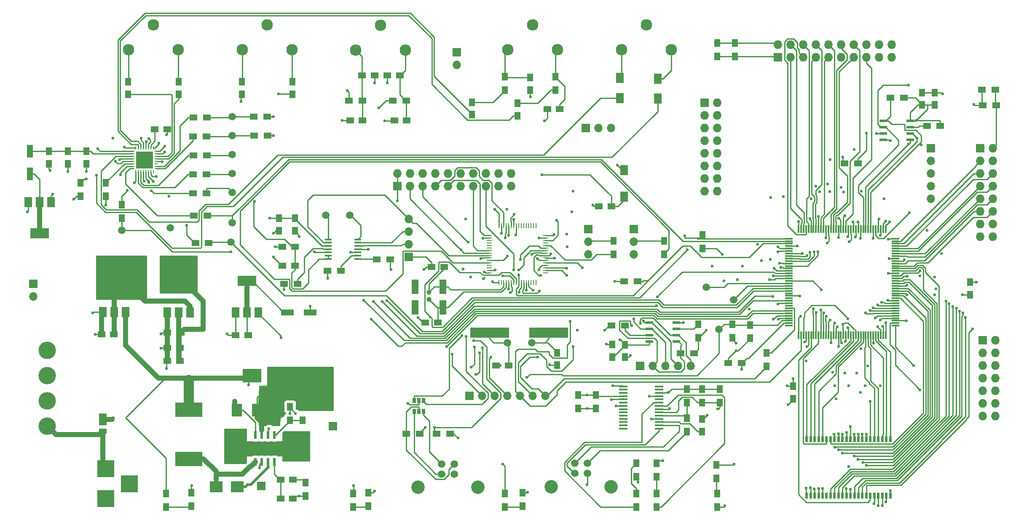
<source format=gbr>
G04 #@! TF.FileFunction,Copper,L1,Top,Signal*
%FSLAX46Y46*%
G04 Gerber Fmt 4.6, Leading zero omitted, Abs format (unit mm)*
G04 Created by KiCad (PCBNEW 4.0.7-e2-6376~58~ubuntu16.04.1) date Thu Jan  2 16:42:05 2020*
%MOMM*%
%LPD*%
G01*
G04 APERTURE LIST*
%ADD10C,0.100000*%
%ADD11R,1.550000X0.600000*%
%ADD12R,1.750000X0.450000*%
%ADD13C,1.500000*%
%ADD14R,3.750000X2.700000*%
%ADD15R,1.727200X1.727200*%
%ADD16O,1.727200X1.727200*%
%ADD17R,1.700000X1.700000*%
%ADD18O,1.700000X1.700000*%
%ADD19R,0.250000X1.000000*%
%ADD20R,1.000000X0.250000*%
%ADD21R,1.430000X2.850000*%
%ADD22R,1.500000X1.250000*%
%ADD23C,1.000000*%
%ADD24R,1.600000X2.000000*%
%ADD25R,1.500000X1.300000*%
%ADD26C,1.520000*%
%ADD27C,2.700000*%
%ADD28R,0.650000X1.060000*%
%ADD29R,7.875000X2.000000*%
%ADD30R,1.250000X1.500000*%
%ADD31R,1.300000X1.500000*%
%ADD32R,0.500000X1.200000*%
%ADD33C,2.300000*%
%ADD34R,0.300000X1.550000*%
%ADD35R,1.550000X0.300000*%
%ADD36R,2.000000X2.500000*%
%ADD37R,2.500000X2.300000*%
%ADD38R,0.600000X1.550000*%
%ADD39R,1.175000X1.175000*%
%ADD40R,5.400040X2.900680*%
%ADD41R,1.500000X2.400000*%
%ADD42R,1.500000X1.050000*%
%ADD43R,3.500000X3.500000*%
%ADD44C,3.500000*%
%ADD45R,3.800000X2.000000*%
%ADD46R,1.500000X2.000000*%
%ADD47R,2.598420X1.198880*%
%ADD48R,2.600960X1.198880*%
%ADD49R,1.450000X0.450000*%
%ADD50R,0.250000X0.700000*%
%ADD51R,0.700000X0.250000*%
%ADD52R,1.725000X1.725000*%
%ADD53R,1.198880X2.598420*%
%ADD54R,1.198880X2.600960*%
%ADD55C,0.600000*%
%ADD56C,1.200000*%
%ADD57C,0.250000*%
%ADD58C,0.500000*%
%ADD59C,1.000000*%
%ADD60C,2.000000*%
%ADD61C,0.254000*%
G04 APERTURE END LIST*
D10*
D11*
X183802000Y-117602000D03*
X183802000Y-116332000D03*
X183802000Y-115062000D03*
X183802000Y-113792000D03*
X178402000Y-113792000D03*
X178402000Y-115062000D03*
X178402000Y-116332000D03*
X178402000Y-117602000D03*
D12*
X173140000Y-126678000D03*
X173140000Y-127328000D03*
X173140000Y-127978000D03*
X173140000Y-128628000D03*
X173140000Y-129278000D03*
X173140000Y-129928000D03*
X173140000Y-130578000D03*
X173140000Y-131228000D03*
X173140000Y-131878000D03*
X173140000Y-132528000D03*
X173140000Y-133178000D03*
X173140000Y-133828000D03*
X173140000Y-134478000D03*
X173140000Y-135128000D03*
X180340000Y-135128000D03*
X180340000Y-134478000D03*
X180340000Y-133828000D03*
X180340000Y-133178000D03*
X180340000Y-132528000D03*
X180340000Y-131878000D03*
X180340000Y-131228000D03*
X180340000Y-130578000D03*
X180340000Y-129928000D03*
X180340000Y-129278000D03*
X180340000Y-128628000D03*
X180340000Y-127978000D03*
X180340000Y-127328000D03*
X180340000Y-126678000D03*
D13*
X94361000Y-97663000D03*
D14*
X98552000Y-124460000D03*
X106102000Y-124460000D03*
D15*
X204216000Y-60452000D03*
D16*
X204216000Y-57912000D03*
X206756000Y-60452000D03*
X206756000Y-57912000D03*
X209296000Y-60452000D03*
X209296000Y-57912000D03*
X211836000Y-60452000D03*
X211836000Y-57912000D03*
X214376000Y-60452000D03*
X214376000Y-57912000D03*
X216916000Y-60452000D03*
X216916000Y-57912000D03*
X219456000Y-60452000D03*
X219456000Y-57912000D03*
X221996000Y-60452000D03*
X221996000Y-57912000D03*
X224536000Y-60452000D03*
X224536000Y-57912000D03*
X227076000Y-60452000D03*
X227076000Y-57912000D03*
D15*
X189484000Y-69596000D03*
D16*
X192024000Y-69596000D03*
X189484000Y-72136000D03*
X192024000Y-72136000D03*
X189484000Y-74676000D03*
X192024000Y-74676000D03*
X189484000Y-77216000D03*
X192024000Y-77216000D03*
X189484000Y-79756000D03*
X192024000Y-79756000D03*
X189484000Y-82296000D03*
X192024000Y-82296000D03*
X189484000Y-84836000D03*
X192024000Y-84836000D03*
X189484000Y-87376000D03*
X192024000Y-87376000D03*
D17*
X166116000Y-94996000D03*
D18*
X166116000Y-97536000D03*
X166116000Y-100076000D03*
D19*
X148142000Y-105776000D03*
X148642000Y-105776000D03*
X149142000Y-105776000D03*
X149642000Y-105776000D03*
X150142000Y-105776000D03*
X150642000Y-105776000D03*
X151142000Y-105776000D03*
X151642000Y-105776000D03*
X152142000Y-105776000D03*
X152642000Y-105776000D03*
X153142000Y-105776000D03*
X153642000Y-105776000D03*
X154142000Y-105776000D03*
X154642000Y-105776000D03*
X155142000Y-105776000D03*
X155642000Y-105776000D03*
D20*
X157592000Y-103826000D03*
X157592000Y-103326000D03*
X157592000Y-102826000D03*
X157592000Y-102326000D03*
X157592000Y-101826000D03*
X157592000Y-101326000D03*
X157592000Y-100826000D03*
X157592000Y-100326000D03*
X157592000Y-99826000D03*
X157592000Y-99326000D03*
X157592000Y-98826000D03*
X157592000Y-98326000D03*
X157592000Y-97826000D03*
X157592000Y-97326000D03*
X157592000Y-96826000D03*
X157592000Y-96326000D03*
D19*
X155642000Y-94376000D03*
X155142000Y-94376000D03*
X154642000Y-94376000D03*
X154142000Y-94376000D03*
X153642000Y-94376000D03*
X153142000Y-94376000D03*
X152642000Y-94376000D03*
X152142000Y-94376000D03*
X151642000Y-94376000D03*
X151142000Y-94376000D03*
X150642000Y-94376000D03*
X150142000Y-94376000D03*
X149642000Y-94376000D03*
X149142000Y-94376000D03*
X148642000Y-94376000D03*
X148142000Y-94376000D03*
D20*
X146192000Y-96326000D03*
X146192000Y-96826000D03*
X146192000Y-97326000D03*
X146192000Y-97826000D03*
X146192000Y-98326000D03*
X146192000Y-98826000D03*
X146192000Y-99326000D03*
X146192000Y-99826000D03*
X146192000Y-100326000D03*
X146192000Y-100826000D03*
X146192000Y-101326000D03*
X146192000Y-101826000D03*
X146192000Y-102326000D03*
X146192000Y-102826000D03*
X146192000Y-103326000D03*
X146192000Y-103826000D03*
D17*
X175260000Y-94996000D03*
D18*
X175260000Y-97536000D03*
X175260000Y-100076000D03*
D21*
X136927000Y-106637000D03*
X131297000Y-106637000D03*
X131297000Y-110787000D03*
X136927000Y-110787000D03*
D22*
X135870000Y-113792000D03*
X133370000Y-113792000D03*
X137160000Y-102616000D03*
X134660000Y-102616000D03*
D17*
X130048000Y-100584000D03*
D18*
X130048000Y-98044000D03*
X130048000Y-95504000D03*
X130048000Y-92964000D03*
D23*
X134112000Y-107696000D03*
X134112000Y-109196000D03*
D24*
X173355000Y-88552000D03*
X173355000Y-83152000D03*
D22*
X170775000Y-90424000D03*
X168275000Y-90424000D03*
X150094000Y-122428000D03*
X147594000Y-122428000D03*
D15*
X127762000Y-86360000D03*
D16*
X127762000Y-83820000D03*
X130302000Y-86360000D03*
X130302000Y-83820000D03*
X132842000Y-86360000D03*
X132842000Y-83820000D03*
X135382000Y-86360000D03*
X135382000Y-83820000D03*
X137922000Y-86360000D03*
X137922000Y-83820000D03*
X140462000Y-86360000D03*
X140462000Y-83820000D03*
X143002000Y-86360000D03*
X143002000Y-83820000D03*
X145542000Y-86360000D03*
X145542000Y-83820000D03*
X148082000Y-86360000D03*
X148082000Y-83820000D03*
X150622000Y-86360000D03*
X150622000Y-83820000D03*
D25*
X129540000Y-136144000D03*
X132240000Y-136144000D03*
D26*
X136652000Y-142272000D03*
X139192000Y-142272000D03*
X139192000Y-144272000D03*
X136652000Y-144272000D03*
D27*
X131922000Y-146972000D03*
X143922000Y-146972000D03*
D25*
X135636000Y-136144000D03*
X138336000Y-136144000D03*
D28*
X133030000Y-129456000D03*
X132080000Y-129456000D03*
X131130000Y-129456000D03*
X131130000Y-131656000D03*
X133030000Y-131656000D03*
X132080000Y-131656000D03*
D29*
X146304000Y-115824000D03*
X158179000Y-115824000D03*
D30*
X159893000Y-119888000D03*
X159893000Y-122388000D03*
D17*
X142240000Y-128524000D03*
D18*
X144780000Y-128524000D03*
X147320000Y-128524000D03*
X149860000Y-128524000D03*
X152400000Y-128524000D03*
X154940000Y-128524000D03*
X157480000Y-128524000D03*
D17*
X165608000Y-74676000D03*
D18*
X168148000Y-74676000D03*
X170688000Y-74676000D03*
D31*
X152908000Y-148002000D03*
X152908000Y-150702000D03*
X175768000Y-144780000D03*
X175768000Y-142080000D03*
D13*
X149860000Y-117856000D03*
X154740000Y-117856000D03*
D15*
X245364000Y-117348000D03*
D16*
X247904000Y-117348000D03*
X245364000Y-119888000D03*
X247904000Y-119888000D03*
X245364000Y-122428000D03*
X247904000Y-122428000D03*
X245364000Y-124968000D03*
X247904000Y-124968000D03*
X245364000Y-127508000D03*
X247904000Y-127508000D03*
X245364000Y-130048000D03*
X247904000Y-130048000D03*
X245364000Y-132588000D03*
X247904000Y-132588000D03*
D32*
X209996000Y-148609002D03*
X210796000Y-148609002D03*
X211596000Y-148609002D03*
X212396000Y-148609002D03*
X213196000Y-148609002D03*
X213996000Y-148609002D03*
X214796000Y-148609002D03*
X215596000Y-148609002D03*
X216396000Y-148609002D03*
X217196000Y-148609002D03*
X217996000Y-148609002D03*
X218796000Y-148609002D03*
X220396000Y-148609002D03*
X219596000Y-148609002D03*
X221196000Y-148609002D03*
X221996000Y-148609002D03*
X222796000Y-148609002D03*
X223596000Y-148609002D03*
X224396000Y-148609002D03*
X225196000Y-148609002D03*
X225996000Y-148609002D03*
X226796000Y-148609002D03*
X226796000Y-137309002D03*
X225996000Y-137309002D03*
X225196000Y-137309002D03*
X224396000Y-137309002D03*
X223596000Y-137309002D03*
X222796000Y-137309002D03*
X221996000Y-137309002D03*
X221196000Y-137309002D03*
X219596000Y-137309002D03*
X220396000Y-137309002D03*
X218796000Y-137309002D03*
X217996000Y-137309002D03*
X217196000Y-137309002D03*
X216396000Y-137309002D03*
X215596000Y-137309002D03*
X214796000Y-137309002D03*
X213996000Y-137309002D03*
X213196000Y-137309002D03*
X212396000Y-137309002D03*
X211596000Y-137309002D03*
X210796000Y-137309002D03*
X209996000Y-137309002D03*
D30*
X170942000Y-120737000D03*
X170942000Y-118237000D03*
D31*
X167640000Y-128364000D03*
X167640000Y-131064000D03*
D25*
X170782000Y-114427000D03*
X173482000Y-114427000D03*
D30*
X173482000Y-118277000D03*
X173482000Y-120777000D03*
D31*
X164084000Y-128364000D03*
X164084000Y-131064000D03*
X179832000Y-142080000D03*
X179832000Y-144780000D03*
X179832000Y-150876000D03*
X179832000Y-148176000D03*
D26*
X163418000Y-142112000D03*
X165958000Y-142112000D03*
X165958000Y-144112000D03*
X163418000Y-144112000D03*
D27*
X158688000Y-146812000D03*
X170688000Y-146812000D03*
D31*
X149352000Y-150876000D03*
X149352000Y-148176000D03*
X175768000Y-150876000D03*
X175768000Y-148176000D03*
X198628000Y-117000000D03*
X198628000Y-114300000D03*
X188214000Y-116840000D03*
X188214000Y-114140000D03*
X195072000Y-114140000D03*
X195072000Y-116840000D03*
X185928000Y-129921000D03*
X185928000Y-127221000D03*
X188976000Y-129921000D03*
X188976000Y-127221000D03*
X192532000Y-129921000D03*
X192532000Y-127221000D03*
D25*
X187405000Y-120015000D03*
X184705000Y-120015000D03*
X194230000Y-121920000D03*
X196930000Y-121920000D03*
D30*
X207264000Y-126619000D03*
X207264000Y-129119000D03*
D31*
X191897000Y-142461000D03*
X191897000Y-145161000D03*
D30*
X188976000Y-135723000D03*
X188976000Y-133223000D03*
D31*
X192024000Y-150876000D03*
X192024000Y-148176000D03*
X185928000Y-135763000D03*
X185928000Y-133063000D03*
D30*
X151892000Y-72243000D03*
X151892000Y-69743000D03*
X142748000Y-72009000D03*
X142748000Y-69509000D03*
D31*
X159512000Y-67056000D03*
X159512000Y-64356000D03*
D17*
X139700000Y-59436000D03*
D18*
X139700000Y-61976000D03*
D30*
X154432000Y-64556000D03*
X154432000Y-67056000D03*
D33*
X154940000Y-53975000D03*
X159940000Y-58975000D03*
X149940000Y-58975000D03*
D31*
X149352000Y-67056000D03*
X149352000Y-64356000D03*
D33*
X177800000Y-53975000D03*
X182800000Y-58975000D03*
X172800000Y-58975000D03*
D22*
X160401000Y-70866000D03*
X157901000Y-70866000D03*
D24*
X172466000Y-68675000D03*
X172466000Y-64675000D03*
X180086000Y-68802000D03*
X180086000Y-64802000D03*
D13*
X195326000Y-109220000D03*
D31*
X181356000Y-97376000D03*
X181356000Y-100076000D03*
X171196000Y-97376000D03*
X171196000Y-100076000D03*
D25*
X118030000Y-69215000D03*
X120730000Y-69215000D03*
D22*
X128250000Y-64135000D03*
X125750000Y-64135000D03*
X120670000Y-64135000D03*
X123170000Y-64135000D03*
X118257000Y-73152000D03*
X120757000Y-73152000D03*
X127167000Y-73152000D03*
X129667000Y-73152000D03*
D33*
X124380000Y-54055000D03*
X129380000Y-59055000D03*
X119380000Y-59055000D03*
D25*
X126840000Y-69215000D03*
X129540000Y-69215000D03*
D13*
X192405000Y-115189000D03*
X189865000Y-106680000D03*
D25*
X173355000Y-105537000D03*
X176055000Y-105537000D03*
D31*
X189103000Y-98933000D03*
X189103000Y-96233000D03*
D25*
X217598000Y-81788000D03*
X220298000Y-81788000D03*
D31*
X195580000Y-57578000D03*
X195580000Y-60278000D03*
X192024000Y-57578000D03*
X192024000Y-60278000D03*
D25*
X226822000Y-68580000D03*
X229522000Y-68580000D03*
D11*
X225392000Y-73279000D03*
X225392000Y-74549000D03*
X225392000Y-75819000D03*
X225392000Y-77089000D03*
X230792000Y-77089000D03*
X230792000Y-75819000D03*
X230792000Y-74549000D03*
X230792000Y-73279000D03*
D30*
X242824000Y-108204000D03*
X242824000Y-105704000D03*
D15*
X244856000Y-78740000D03*
D16*
X247396000Y-78740000D03*
X244856000Y-81280000D03*
X247396000Y-81280000D03*
X244856000Y-83820000D03*
X247396000Y-83820000D03*
X244856000Y-86360000D03*
X247396000Y-86360000D03*
X244856000Y-88900000D03*
X247396000Y-88900000D03*
X244856000Y-91440000D03*
X247396000Y-91440000D03*
X244856000Y-93980000D03*
X247396000Y-93980000D03*
X244856000Y-96520000D03*
X247396000Y-96520000D03*
D34*
X225876000Y-94996000D03*
X225376000Y-94996000D03*
X224876000Y-94996000D03*
X224376000Y-94996000D03*
X223876000Y-94996000D03*
X223376000Y-94996000D03*
X222876000Y-94996000D03*
X222376000Y-94996000D03*
X221876000Y-94996000D03*
X221376000Y-94996000D03*
X220876000Y-94996000D03*
X220376000Y-94996000D03*
X219876000Y-94996000D03*
X219376000Y-94996000D03*
X218876000Y-94996000D03*
X218376000Y-94996000D03*
X217876000Y-94996000D03*
X217376000Y-94996000D03*
X216876000Y-94996000D03*
X216376000Y-94996000D03*
X215876000Y-94996000D03*
X215376000Y-94996000D03*
X214876000Y-94996000D03*
X214376000Y-94996000D03*
X213876000Y-94996000D03*
X213376000Y-94996000D03*
X212876000Y-94996000D03*
X212376000Y-94996000D03*
X211876000Y-94996000D03*
X211376000Y-94996000D03*
X210876000Y-94996000D03*
X210376000Y-94996000D03*
X209876000Y-94996000D03*
X209376000Y-94996000D03*
X208876000Y-94996000D03*
X208376000Y-94996000D03*
D35*
X206426000Y-96946000D03*
X206426000Y-97446000D03*
X206426000Y-97946000D03*
X206426000Y-98446000D03*
X206426000Y-98946000D03*
X206426000Y-99446000D03*
X206426000Y-99946000D03*
X206426000Y-100446000D03*
X206426000Y-100946000D03*
X206426000Y-101446000D03*
X206426000Y-101946000D03*
X206426000Y-102446000D03*
X206426000Y-102946000D03*
X206426000Y-103446000D03*
X206426000Y-103946000D03*
X206426000Y-104446000D03*
X206426000Y-104946000D03*
X206426000Y-105446000D03*
X206426000Y-105946000D03*
X206426000Y-106446000D03*
X206426000Y-106946000D03*
X206426000Y-107446000D03*
X206426000Y-107946000D03*
X206426000Y-108446000D03*
X206426000Y-108946000D03*
X206426000Y-109446000D03*
X206426000Y-109946000D03*
X206426000Y-110446000D03*
X206426000Y-110946000D03*
X206426000Y-111446000D03*
X206426000Y-111946000D03*
X206426000Y-112446000D03*
X206426000Y-112946000D03*
X206426000Y-113446000D03*
X206426000Y-113946000D03*
X206426000Y-114446000D03*
D34*
X208376000Y-116396000D03*
X208876000Y-116396000D03*
X209376000Y-116396000D03*
X209876000Y-116396000D03*
X210376000Y-116396000D03*
X210876000Y-116396000D03*
X211376000Y-116396000D03*
X211876000Y-116396000D03*
X212376000Y-116396000D03*
X212876000Y-116396000D03*
X213376000Y-116396000D03*
X213876000Y-116396000D03*
X214376000Y-116396000D03*
X214876000Y-116396000D03*
X215376000Y-116396000D03*
X215876000Y-116396000D03*
X216376000Y-116396000D03*
X216876000Y-116396000D03*
X217376000Y-116396000D03*
X217876000Y-116396000D03*
X218376000Y-116396000D03*
X218876000Y-116396000D03*
X219376000Y-116396000D03*
X219876000Y-116396000D03*
X220376000Y-116396000D03*
X220876000Y-116396000D03*
X221376000Y-116396000D03*
X221876000Y-116396000D03*
X222376000Y-116396000D03*
X222876000Y-116396000D03*
X223376000Y-116396000D03*
X223876000Y-116396000D03*
X224376000Y-116396000D03*
X224876000Y-116396000D03*
X225376000Y-116396000D03*
X225876000Y-116396000D03*
D35*
X227826000Y-114446000D03*
X227826000Y-113946000D03*
X227826000Y-113446000D03*
X227826000Y-112946000D03*
X227826000Y-112446000D03*
X227826000Y-111946000D03*
X227826000Y-111446000D03*
X227826000Y-110946000D03*
X227826000Y-110446000D03*
X227826000Y-109946000D03*
X227826000Y-109446000D03*
X227826000Y-108946000D03*
X227826000Y-108446000D03*
X227826000Y-107946000D03*
X227826000Y-107446000D03*
X227826000Y-106946000D03*
X227826000Y-106446000D03*
X227826000Y-105946000D03*
X227826000Y-105446000D03*
X227826000Y-104946000D03*
X227826000Y-104446000D03*
X227826000Y-103946000D03*
X227826000Y-103446000D03*
X227826000Y-102946000D03*
X227826000Y-102446000D03*
X227826000Y-101946000D03*
X227826000Y-101446000D03*
X227826000Y-100946000D03*
X227826000Y-100446000D03*
X227826000Y-99946000D03*
X227826000Y-99446000D03*
X227826000Y-98946000D03*
X227826000Y-98446000D03*
X227826000Y-97946000D03*
X227826000Y-97446000D03*
X227826000Y-96946000D03*
D25*
X247880998Y-66973001D03*
X245180998Y-66973001D03*
D30*
X233172000Y-70064000D03*
X233172000Y-67564000D03*
X235712000Y-70064000D03*
X235712000Y-67564000D03*
D25*
X248064000Y-70104000D03*
X245364000Y-70104000D03*
X236855000Y-74295000D03*
X234155000Y-74295000D03*
D22*
X104287000Y-145415000D03*
X106787000Y-145415000D03*
D36*
X95536000Y-131445000D03*
X99536000Y-131445000D03*
D31*
X108712000Y-133430000D03*
X108712000Y-130730000D03*
D37*
X91322000Y-146812000D03*
X95622000Y-146812000D03*
D17*
X100457000Y-146685000D03*
X114808000Y-134620000D03*
D31*
X106172000Y-130730000D03*
X106172000Y-133430000D03*
D38*
X99234500Y-141812500D03*
X100504500Y-141812500D03*
X101774500Y-141812500D03*
X103044500Y-141812500D03*
X103044500Y-136412500D03*
X101774500Y-136412500D03*
X100504500Y-136412500D03*
X99234500Y-136412500D03*
D39*
X101727000Y-138525000D03*
X100552000Y-138525000D03*
X101727000Y-139700000D03*
X100552000Y-139700000D03*
D31*
X86360000Y-150702000D03*
X86360000Y-148002000D03*
X81280000Y-150876000D03*
X81280000Y-148176000D03*
D40*
X85852000Y-141224000D03*
X85852000Y-131323080D03*
D41*
X68580000Y-133261000D03*
D42*
X68580000Y-135636000D03*
D43*
X69215000Y-143225000D03*
X69215000Y-149225000D03*
X73915000Y-146225000D03*
D44*
X57404000Y-134620000D03*
X57404000Y-129540000D03*
X57404000Y-124460000D03*
X57404000Y-119380000D03*
D22*
X104287000Y-149225000D03*
X106787000Y-149225000D03*
D31*
X121920000Y-148002000D03*
X121920000Y-150702000D03*
X118872000Y-150876000D03*
X118872000Y-148176000D03*
X109347000Y-145970000D03*
X109347000Y-148670000D03*
D22*
X84054000Y-121539000D03*
X81554000Y-121539000D03*
D25*
X84234000Y-115824000D03*
X81534000Y-115824000D03*
D22*
X84054000Y-118872000D03*
X81554000Y-118872000D03*
X70826000Y-116205000D03*
X68326000Y-116205000D03*
D45*
X83804240Y-105460000D03*
D46*
X83804240Y-111760000D03*
X86104240Y-111760000D03*
X81504240Y-111760000D03*
D45*
X55880000Y-95885000D03*
D46*
X55880000Y-89585000D03*
X53580000Y-89585000D03*
X58180000Y-89585000D03*
D17*
X54610000Y-106045000D03*
D18*
X54610000Y-108585000D03*
D45*
X70866000Y-105435000D03*
D46*
X70866000Y-111735000D03*
X73166000Y-111735000D03*
X68566000Y-111735000D03*
D22*
X97770000Y-116332000D03*
X95270000Y-116332000D03*
D47*
X110236000Y-111760000D03*
D48*
X105633520Y-111760000D03*
D25*
X107729000Y-106045000D03*
X105029000Y-106045000D03*
D45*
X97536000Y-105460000D03*
D46*
X97536000Y-111760000D03*
X99836000Y-111760000D03*
X95236000Y-111760000D03*
D49*
X113890000Y-97110000D03*
X113890000Y-97760000D03*
X113890000Y-98410000D03*
X113890000Y-99060000D03*
X113890000Y-99710000D03*
X113890000Y-100360000D03*
X113890000Y-101010000D03*
X119790000Y-101010000D03*
X119790000Y-100360000D03*
X119790000Y-99710000D03*
X119790000Y-99060000D03*
X119790000Y-98410000D03*
X119790000Y-97760000D03*
X119790000Y-97110000D03*
D30*
X107188000Y-92857000D03*
X107188000Y-95357000D03*
X104013000Y-92857000D03*
X104013000Y-95357000D03*
D22*
X107168000Y-98552000D03*
X104668000Y-98552000D03*
X107168000Y-102362000D03*
X104668000Y-102362000D03*
D13*
X113357000Y-92202000D03*
X118237000Y-92202000D03*
D25*
X89417639Y-87796615D03*
X86717639Y-87796615D03*
X89417639Y-83986615D03*
X86717639Y-83986615D03*
X89497639Y-80176615D03*
X86797639Y-80176615D03*
D13*
X94615000Y-83820000D03*
X94615000Y-80010000D03*
D22*
X79014000Y-74930000D03*
X81514000Y-74930000D03*
D30*
X65278000Y-79375000D03*
X65278000Y-81875000D03*
D50*
X75225000Y-83525000D03*
X75725000Y-83525000D03*
X76225000Y-83525000D03*
X76725000Y-83525000D03*
X77225000Y-83525000D03*
X77725000Y-83525000D03*
X78225000Y-83525000D03*
X78725000Y-83525000D03*
D51*
X79375000Y-82875000D03*
X79375000Y-82375000D03*
X79375000Y-81875000D03*
X79375000Y-81375000D03*
X79375000Y-80875000D03*
X79375000Y-80375000D03*
X79375000Y-79875000D03*
X79375000Y-79375000D03*
D50*
X78725000Y-78725000D03*
X78225000Y-78725000D03*
X77725000Y-78725000D03*
X77225000Y-78725000D03*
X76725000Y-78725000D03*
X76225000Y-78725000D03*
X75725000Y-78725000D03*
X75225000Y-78725000D03*
D51*
X74575000Y-79375000D03*
X74575000Y-79875000D03*
X74575000Y-80375000D03*
X74575000Y-80875000D03*
X74575000Y-81375000D03*
X74575000Y-81875000D03*
X74575000Y-82375000D03*
X74575000Y-82875000D03*
D52*
X77837500Y-80262500D03*
X76112500Y-80262500D03*
X77837500Y-81987500D03*
X76112500Y-81987500D03*
D13*
X82169000Y-94742000D03*
D25*
X89497639Y-72556615D03*
X86797639Y-72556615D03*
X89417639Y-76366615D03*
X86717639Y-76366615D03*
D13*
X94615000Y-72390000D03*
X94615000Y-76200000D03*
D31*
X69215000Y-88425000D03*
X69215000Y-85725000D03*
X72390000Y-92790000D03*
X72390000Y-90090000D03*
D13*
X72390000Y-95250000D03*
D30*
X57785000Y-79395000D03*
X57785000Y-81895000D03*
D31*
X64135000Y-88425000D03*
X64135000Y-85725000D03*
D53*
X53975000Y-79375000D03*
D54*
X53975000Y-83977480D03*
D30*
X61595000Y-79395000D03*
X61595000Y-81895000D03*
D33*
X78740000Y-53975000D03*
X83740000Y-58975000D03*
X73740000Y-58975000D03*
D30*
X83820000Y-67925000D03*
X83820000Y-65425000D03*
X106680000Y-67925000D03*
X106680000Y-65425000D03*
X73660000Y-67925000D03*
X73660000Y-65425000D03*
X96520000Y-67925000D03*
X96520000Y-65425000D03*
D33*
X101600000Y-53975000D03*
X106600000Y-58975000D03*
X96600000Y-58975000D03*
D13*
X94615000Y-87630000D03*
D25*
X89878639Y-97829615D03*
X87178639Y-97829615D03*
D13*
X94615000Y-93726000D03*
D25*
X89568000Y-92329000D03*
X86868000Y-92329000D03*
X113712000Y-103378000D03*
X116412000Y-103378000D03*
X126318000Y-101092000D03*
X123618000Y-101092000D03*
X101600000Y-72390000D03*
X98900000Y-72390000D03*
X101680000Y-76200000D03*
X98980000Y-76200000D03*
D17*
X234950000Y-78740000D03*
D18*
X234950000Y-81280000D03*
X234950000Y-83820000D03*
X234950000Y-86360000D03*
X234950000Y-88900000D03*
D17*
X176530000Y-122555000D03*
D18*
X179070000Y-122555000D03*
X181610000Y-122555000D03*
X184150000Y-122555000D03*
X186690000Y-122555000D03*
D31*
X201930000Y-119935000D03*
X201930000Y-122635000D03*
D55*
X76112500Y-81987500D03*
X77837500Y-81987500D03*
X77837500Y-80262500D03*
X76112500Y-80262500D03*
X140948771Y-103096502D03*
X102108000Y-92837000D03*
X110236000Y-110490000D03*
X153711296Y-107302946D03*
X204851000Y-102752990D03*
X223774000Y-112903000D03*
X225933000Y-113792002D03*
X66548000Y-111887000D03*
X102870000Y-100584000D03*
X206248000Y-130302000D03*
X178816000Y-133223000D03*
X182499000Y-131064000D03*
X178435000Y-128651000D03*
X214757000Y-81026000D03*
X219583000Y-78994000D03*
X80264000Y-116078000D03*
X80264000Y-118999000D03*
X195834000Y-117983000D03*
X81407000Y-123063000D03*
X104013000Y-129540000D03*
X111760000Y-129540000D03*
X110490000Y-129540000D03*
X105410000Y-128270000D03*
X107950000Y-128270000D03*
X107950000Y-127000000D03*
X111760000Y-127000000D03*
X110490000Y-127000000D03*
X109220000Y-127000000D03*
X109220000Y-128270000D03*
X110490000Y-128270000D03*
X111760000Y-128270000D03*
X113157000Y-128270000D03*
X114046000Y-129540000D03*
X114046000Y-128270000D03*
X113988010Y-126422990D03*
X58547000Y-88011000D03*
X62738000Y-89027000D03*
X153924000Y-147955000D03*
X167021000Y-90170000D03*
X171958000Y-82169000D03*
X123190000Y-147701000D03*
X129921000Y-130048000D03*
X139954000Y-137033000D03*
X171704000Y-130556000D03*
X165989000Y-131064000D03*
X165862000Y-146431000D03*
X189992000Y-132461000D03*
X182245000Y-127889000D03*
X162814000Y-91567000D03*
X163068000Y-87376000D03*
X142494000Y-104648000D03*
X147447000Y-103251000D03*
X97663000Y-146399000D03*
X101854000Y-142875000D03*
X108077000Y-148670000D03*
X86487000Y-146558000D03*
X141478000Y-92964000D03*
X148393989Y-122428000D03*
X158333000Y-122301000D03*
X148717000Y-95885000D03*
X156210000Y-96774000D03*
X161925000Y-98552000D03*
X149820000Y-91059000D03*
X161798000Y-104325999D03*
X185293000Y-113792000D03*
X174625000Y-120396000D03*
X169799000Y-118110000D03*
X193548000Y-150689979D03*
X218821000Y-147320000D03*
X210058000Y-118618000D03*
X217297000Y-114173000D03*
X217419417Y-87540999D03*
X214249000Y-85979000D03*
X133096000Y-103124000D03*
X131953000Y-112776000D03*
X93599000Y-116078000D03*
X103251000Y-98552000D03*
X102870000Y-95885000D03*
X118364000Y-99695000D03*
X108049559Y-96547441D03*
X111058942Y-99634058D03*
X57971564Y-83252436D03*
X154559000Y-68453000D03*
X157353000Y-73279000D03*
X72009000Y-81026000D03*
X70612000Y-76708000D03*
X81407000Y-76073000D03*
X79883000Y-77724000D03*
X123190000Y-65658996D03*
X125730000Y-65659000D03*
X80518000Y-81500010D03*
X65278000Y-83439000D03*
X61595000Y-83439000D03*
X81915000Y-88421615D03*
X79375000Y-84455000D03*
X219837000Y-96647000D03*
X226822000Y-77216000D03*
X237363000Y-67818000D03*
X243586000Y-69977000D03*
X203327000Y-113157000D03*
X208788000Y-112522000D03*
X226441000Y-103886000D03*
X226568000Y-100965000D03*
X226441000Y-97028000D03*
X224790000Y-96266000D03*
X212979000Y-107188000D03*
X204597000Y-101854000D03*
X213868000Y-96774000D03*
X218059000Y-135890000D03*
X209921010Y-121539000D03*
X218431859Y-142781857D03*
X220853000Y-127889000D03*
X198464575Y-111156324D03*
X193421000Y-105410000D03*
X244094000Y-105664000D03*
X215900000Y-129159000D03*
X67056000Y-116205000D03*
X205359000Y-88519000D03*
X202819000Y-88646000D03*
X212598000Y-87503000D03*
X214630000Y-87503000D03*
X237109000Y-99949000D03*
X220091000Y-123952000D03*
X217678000Y-123952000D03*
X191008000Y-102489000D03*
X197104000Y-102489000D03*
X210947000Y-88900000D03*
X215265000Y-123824996D03*
X222250000Y-122555000D03*
X234188000Y-95250000D03*
X235712000Y-104648000D03*
X235712000Y-108204000D03*
X225552000Y-88900000D03*
X200192000Y-98084000D03*
X148971000Y-104394000D03*
X156845000Y-84074000D03*
X151130000Y-103235010D03*
X155067000Y-107302946D03*
X150114000Y-107061000D03*
X102870000Y-76200000D03*
X102870000Y-72390000D03*
X99060705Y-89403590D03*
X196088000Y-105156000D03*
X208661000Y-108458000D03*
X217292493Y-80518000D03*
X171450000Y-105537000D03*
X232791000Y-104394000D03*
X232029000Y-73152000D03*
X193040006Y-100076000D03*
X181102000Y-141605000D03*
X176149000Y-145923000D03*
X146878051Y-105603051D03*
X165862000Y-128364000D03*
X161798000Y-102869990D03*
X145229918Y-103642000D03*
X145034000Y-105029000D03*
X127762000Y-89348999D03*
X195800261Y-119507000D03*
X159258000Y-96139000D03*
X161798000Y-96012000D03*
X70485000Y-100965000D03*
X74422000Y-104902000D03*
X147320000Y-91059000D03*
X172482000Y-117277000D03*
X189865000Y-115316000D03*
X169418000Y-115316000D03*
X163957000Y-115316000D03*
X217678000Y-92329000D03*
X216916000Y-86614000D03*
X105029000Y-107188000D03*
X104394000Y-116840000D03*
X69215000Y-90170000D03*
X78740000Y-85471000D03*
X204343000Y-113157000D03*
X232790990Y-103378011D03*
X229616000Y-101219000D03*
X209679551Y-117731551D03*
X235975990Y-107061009D03*
X230124000Y-106289010D03*
X223452021Y-117983000D03*
X210643978Y-92938487D03*
X204216000Y-110071010D03*
X217932000Y-147193000D03*
X202565000Y-105156000D03*
X221742000Y-126545011D03*
X218440000Y-126545011D03*
X215646000Y-126545011D03*
X217001000Y-117856000D03*
X224790000Y-126545011D03*
X218821000Y-134747000D03*
X206121000Y-126545011D03*
X72009000Y-102489000D03*
X208407000Y-93472000D03*
X216376000Y-96742000D03*
X207264000Y-125095000D03*
X214884000Y-117856000D03*
X241300000Y-108204000D03*
X230124000Y-108204010D03*
X220980000Y-87376000D03*
X224536000Y-92964000D03*
X202692000Y-101092000D03*
X204216000Y-99568000D03*
X150495000Y-107823000D03*
X159766000Y-93217996D03*
X95123000Y-129667000D03*
X70739000Y-132969000D03*
X192151000Y-131191000D03*
X107315000Y-132080000D03*
X97917000Y-126365000D03*
X106172000Y-132080000D03*
X94996000Y-124968000D03*
X53467000Y-91567000D03*
X126492000Y-103124000D03*
X216451021Y-92837000D03*
X220914647Y-119060647D03*
X230251000Y-104521000D03*
X212344000Y-92455994D03*
X86360000Y-101863999D03*
X84963000Y-101863999D03*
X83693000Y-102362000D03*
X200914000Y-101346000D03*
X216408000Y-118618000D03*
X203276999Y-104470999D03*
X211836000Y-86360000D03*
X81026000Y-79502000D03*
X103886000Y-67818000D03*
X67564000Y-78867000D03*
X67292009Y-84201000D03*
X81025994Y-78359000D03*
X96393000Y-69342000D03*
X76327000Y-76708000D03*
X116713000Y-73152000D03*
X77326667Y-77444781D03*
X125222000Y-73279000D03*
X72898000Y-78486000D03*
X71120000Y-81407000D03*
X152273011Y-107752957D03*
X153797000Y-124841000D03*
X146558000Y-120777000D03*
X100076000Y-143002000D03*
X101981000Y-135128000D03*
X138811000Y-120142000D03*
X134409345Y-112688655D03*
X185547000Y-96393002D03*
X186055000Y-99187000D03*
X152146000Y-104267000D03*
X144907000Y-118872000D03*
X156317012Y-107442000D03*
X162441501Y-113546501D03*
X163068000Y-118618000D03*
X156591000Y-104325999D03*
X158623000Y-100045000D03*
X196977000Y-123190000D03*
X154813004Y-100076000D03*
X155956000Y-120786990D03*
X203454000Y-102870006D03*
X203200000Y-108602974D03*
X122936000Y-109591001D03*
X125669051Y-109407949D03*
X72136000Y-84074008D03*
X65278000Y-84963000D03*
X137671129Y-118632416D03*
X122555000Y-113175870D03*
X121031000Y-109347000D03*
X179828480Y-110453033D03*
X179984054Y-108652981D03*
X124714000Y-109591000D03*
X225298000Y-114554000D03*
X231521000Y-122428000D03*
X224282000Y-114681006D03*
X232791000Y-127381000D03*
X144526000Y-100965000D03*
X149860000Y-100457000D03*
X140538108Y-99196990D03*
X141986000Y-97663000D03*
X144980250Y-96902771D03*
X113792000Y-104902000D03*
X94361000Y-99568000D03*
X226641169Y-93614268D03*
X151257000Y-92075000D03*
X151130000Y-93091000D03*
X225858036Y-93450851D03*
X204216000Y-98552000D03*
X209169000Y-99949000D03*
X210058000Y-100330000D03*
X210693000Y-99695000D03*
X211482117Y-99563481D03*
X212282104Y-99568400D03*
X214122000Y-97790000D03*
X218313000Y-96520000D03*
X218567000Y-97536000D03*
X219329000Y-93589000D03*
X220345000Y-93599000D03*
X220853000Y-96901000D03*
X143256000Y-118745000D03*
X118999000Y-146558000D03*
X142621000Y-122809000D03*
X152527000Y-101092000D03*
X148971000Y-142240000D03*
X143510000Y-124206000D03*
X144272000Y-119888000D03*
X152146000Y-103251000D03*
X156226163Y-103233199D03*
X174879000Y-114427000D03*
X143129000Y-117475000D03*
X151577058Y-96199942D03*
X135255000Y-134874000D03*
X133350000Y-134874000D03*
X208151321Y-98426679D03*
X195453000Y-142239996D03*
X233045000Y-78105000D03*
X224028000Y-75819000D03*
X221996000Y-75692000D03*
X77841594Y-76832515D03*
X117729000Y-67192999D03*
X124079000Y-70612000D03*
X77851000Y-85598000D03*
X85471000Y-94234000D03*
X76871948Y-85375846D03*
X78321894Y-87298023D03*
X73532994Y-87249000D03*
X74930000Y-85725000D03*
X175260000Y-113053076D03*
X164972295Y-102863999D03*
X176612407Y-113978405D03*
X155874283Y-100943011D03*
X177255907Y-113503087D03*
X159385000Y-100838000D03*
X150114000Y-96266000D03*
X141605000Y-116586000D03*
X140722215Y-116465215D03*
X149479000Y-96774000D03*
X97536000Y-139700000D03*
X97536000Y-138525000D03*
X95504000Y-138684000D03*
X94488000Y-138684000D03*
X93472000Y-138684000D03*
X105664000Y-141224000D03*
X106680000Y-141224000D03*
X107696000Y-141224000D03*
X108712000Y-141224000D03*
X109728000Y-141224000D03*
X109728000Y-139700000D03*
X108712000Y-139700000D03*
X107696000Y-139700000D03*
X106680000Y-139700000D03*
X105664000Y-139700000D03*
X105664000Y-138176000D03*
X106680000Y-138176000D03*
X107696000Y-138176000D03*
X108712000Y-138176000D03*
X109728000Y-138176000D03*
X109728000Y-136652000D03*
X108712000Y-136652000D03*
X107696000Y-136652000D03*
X106680000Y-136652000D03*
X105664000Y-136652000D03*
X93472000Y-141224000D03*
X94488000Y-141224000D03*
X95504000Y-141224000D03*
X96520000Y-141224000D03*
X96520000Y-139700000D03*
X95504000Y-139700000D03*
X94488000Y-139700000D03*
X93472000Y-139700000D03*
X96520000Y-137668000D03*
X95504000Y-137668000D03*
X94488000Y-137668000D03*
X93472000Y-137668000D03*
X96520000Y-136144000D03*
X95504000Y-136144000D03*
X94488000Y-136144000D03*
X93472000Y-136144000D03*
D56*
X100552000Y-139700000D03*
X101727000Y-138525000D03*
D55*
X230632000Y-91750002D03*
X170815000Y-129286000D03*
X171069000Y-126492000D03*
X223393000Y-96901000D03*
X232156000Y-76708000D03*
X230505000Y-77926000D03*
X230505000Y-66040000D03*
X218313000Y-113029986D03*
X222758000Y-129667000D03*
X224406041Y-150689979D03*
X211328000Y-110998000D03*
X223520000Y-150239968D03*
X211930974Y-111797503D03*
X212852000Y-111252000D03*
X226822000Y-147574000D03*
X225933000Y-149860000D03*
X213487000Y-111887000D03*
X225206048Y-150687291D03*
X213995000Y-112522000D03*
X214757000Y-113284000D03*
X213233000Y-147193006D03*
X215646000Y-113919000D03*
X212433001Y-147188417D03*
X216154000Y-114681000D03*
X211546513Y-147256493D03*
X210772625Y-147053721D03*
X217800559Y-117597559D03*
X209931000Y-147066000D03*
X218313000Y-114808000D03*
X230068001Y-113528000D03*
X243305768Y-115105446D03*
X224790000Y-113284000D03*
X241935000Y-112776000D03*
X221869000Y-111887000D03*
X241409961Y-111873286D03*
X240688200Y-111528228D03*
X222752998Y-111351001D03*
X223393000Y-110870979D03*
X240110543Y-110974771D03*
X224282000Y-110245990D03*
X239395000Y-110617000D03*
X225044000Y-109728000D03*
X238633000Y-109982000D03*
X226314000Y-109345968D03*
X237998000Y-109474000D03*
X215519000Y-136271000D03*
X215646000Y-138859003D03*
X216408000Y-136144000D03*
X216408000Y-139436000D03*
X217192466Y-136300893D03*
X217189999Y-140061001D03*
X219583000Y-136271000D03*
X219583000Y-140686001D03*
X220383003Y-136271000D03*
X220345000Y-141311001D03*
X221183006Y-136271000D03*
X221286764Y-141936001D03*
X221996000Y-142560990D03*
X221996000Y-136271000D03*
X121920000Y-99060000D03*
D57*
X102108000Y-92837000D02*
X103993000Y-92837000D01*
X103993000Y-92837000D02*
X104013000Y-92857000D01*
X110236000Y-110910560D02*
X110236000Y-110490000D01*
X110236000Y-111760000D02*
X110236000Y-110910560D01*
X104013000Y-92857000D02*
X104888000Y-92857000D01*
X104888000Y-92857000D02*
X107188000Y-92857000D01*
X113890000Y-98410000D02*
X112616000Y-98410000D01*
X112616000Y-98410000D02*
X107188000Y-92982000D01*
X107188000Y-92982000D02*
X107188000Y-92857000D01*
X153642000Y-107233650D02*
X153711296Y-107302946D01*
X153642000Y-105776000D02*
X153642000Y-107233650D01*
X205401000Y-102946000D02*
X205207990Y-102752990D01*
X206426000Y-102946000D02*
X205401000Y-102946000D01*
X205207990Y-102752990D02*
X204851000Y-102752990D01*
X159893000Y-122388000D02*
X158420000Y-122388000D01*
X158420000Y-122388000D02*
X158333000Y-122301000D01*
X195580000Y-60278000D02*
X204042000Y-60278000D01*
X204042000Y-60278000D02*
X204216000Y-60452000D01*
X192024000Y-60278000D02*
X192924000Y-60278000D01*
X192924000Y-60278000D02*
X195580000Y-60278000D01*
X224073999Y-112603001D02*
X223774000Y-112903000D01*
X224231000Y-112446000D02*
X224073999Y-112603001D01*
X227826000Y-112446000D02*
X224231000Y-112446000D01*
X225933000Y-115314000D02*
X225933000Y-113792002D01*
X225876000Y-116396000D02*
X225876000Y-115371000D01*
X225876000Y-115371000D02*
X225933000Y-115314000D01*
X68566000Y-111735000D02*
X66700000Y-111735000D01*
X66700000Y-111735000D02*
X66548000Y-111887000D01*
X102870000Y-100689000D02*
X102870000Y-100584000D01*
X104543000Y-102362000D02*
X102870000Y-100689000D01*
X104668000Y-102362000D02*
X104543000Y-102362000D01*
X207264000Y-129119000D02*
X207264000Y-129286000D01*
X207264000Y-129286000D02*
X206248000Y-130302000D01*
X173140000Y-130578000D02*
X171726000Y-130578000D01*
X171726000Y-130578000D02*
X171704000Y-130556000D01*
X178816000Y-133223000D02*
X180295000Y-133223000D01*
X180295000Y-133223000D02*
X180340000Y-133178000D01*
X180340000Y-131228000D02*
X182335000Y-131228000D01*
X182335000Y-131228000D02*
X182499000Y-131064000D01*
X178435000Y-128651000D02*
X180317000Y-128651000D01*
X180317000Y-128651000D02*
X180340000Y-128628000D01*
D58*
X97663000Y-146399000D02*
X98330000Y-146399000D01*
X98330000Y-146399000D02*
X101774500Y-142954500D01*
X101774500Y-142954500D02*
X101774500Y-142287500D01*
D57*
X81534000Y-115824000D02*
X80518000Y-115824000D01*
X80518000Y-115824000D02*
X80264000Y-116078000D01*
X81554000Y-118872000D02*
X80391000Y-118872000D01*
X80391000Y-118872000D02*
X80264000Y-118999000D01*
X219876000Y-115478814D02*
X219456000Y-115058814D01*
X219456000Y-115058814D02*
X219183524Y-114786338D01*
X217297000Y-114173000D02*
X217596999Y-113873001D01*
X217596999Y-113873001D02*
X218270187Y-113873001D01*
X218270187Y-113873001D02*
X219456000Y-115058814D01*
X195072000Y-116840000D02*
X195072000Y-117221000D01*
X195072000Y-117221000D02*
X195834000Y-117983000D01*
X81407000Y-123063000D02*
X81407000Y-121686000D01*
X81407000Y-121686000D02*
X81554000Y-121539000D01*
X206426000Y-105446000D02*
X211237000Y-105446000D01*
X211237000Y-105446000D02*
X212979000Y-107188000D01*
X104013000Y-129540000D02*
X104013000Y-128270000D01*
X104013000Y-131445000D02*
X104013000Y-129540000D01*
X105410000Y-128270000D02*
X107950000Y-128270000D01*
X104013000Y-128270000D02*
X105410000Y-128270000D01*
X111760000Y-127127000D02*
X111760000Y-127000000D01*
X114046000Y-129540000D02*
X114046000Y-130429000D01*
X114046000Y-128270000D02*
X114046000Y-129540000D01*
X114046000Y-126480980D02*
X114046000Y-128270000D01*
X111760000Y-128270000D02*
X111760000Y-127127000D01*
X110490000Y-128270000D02*
X110490000Y-127000000D01*
X109220000Y-128270000D02*
X110490000Y-128270000D01*
X107950000Y-128270000D02*
X109220000Y-128270000D01*
X109220000Y-128270000D02*
X109220000Y-127000000D01*
X107950000Y-128270000D02*
X107950000Y-127000000D01*
X110490000Y-128270000D02*
X111760000Y-128270000D01*
X110490000Y-128270000D02*
X110490000Y-129540000D01*
X111760000Y-129286000D02*
X111760000Y-129540000D01*
X111760000Y-128270000D02*
X113157000Y-128270000D01*
X111760000Y-128270000D02*
X111760000Y-129286000D01*
X99536000Y-131445000D02*
X104013000Y-131445000D01*
X114046000Y-130429000D02*
X113745000Y-130730000D01*
X113745000Y-130730000D02*
X108712000Y-130730000D01*
X113988010Y-126422990D02*
X114046000Y-126480980D01*
X106464990Y-126422990D02*
X113988010Y-126422990D01*
X106102000Y-124460000D02*
X106102000Y-126060000D01*
X106102000Y-126060000D02*
X106464990Y-126422990D01*
X99536000Y-131445000D02*
X99536000Y-128901000D01*
X99536000Y-128901000D02*
X103977000Y-124460000D01*
X103977000Y-124460000D02*
X106102000Y-124460000D01*
X58180000Y-89585000D02*
X58180000Y-88378000D01*
X58180000Y-88378000D02*
X58547000Y-88011000D01*
X64135000Y-88425000D02*
X63340000Y-88425000D01*
X63340000Y-88425000D02*
X62738000Y-89027000D01*
X152908000Y-148002000D02*
X153877000Y-148002000D01*
X153877000Y-148002000D02*
X153924000Y-147955000D01*
X168275000Y-90424000D02*
X167275000Y-90424000D01*
X167275000Y-90424000D02*
X167021000Y-90170000D01*
X121920000Y-148002000D02*
X122889000Y-148002000D01*
X122889000Y-148002000D02*
X123190000Y-147701000D01*
X132080000Y-129456000D02*
X132080000Y-130236000D01*
X132080000Y-130236000D02*
X132004999Y-130311001D01*
X132004999Y-130311001D02*
X130184001Y-130311001D01*
X130184001Y-130311001D02*
X129921000Y-130048000D01*
X138336000Y-136144000D02*
X139065000Y-136144000D01*
X139065000Y-136144000D02*
X139954000Y-137033000D01*
X173355000Y-83152000D02*
X172941000Y-83152000D01*
X172941000Y-83152000D02*
X171958000Y-82169000D01*
X166116000Y-131064000D02*
X167640000Y-131064000D01*
X164984000Y-131064000D02*
X166116000Y-131064000D01*
X166116000Y-131064000D02*
X165989000Y-131064000D01*
X164084000Y-131064000D02*
X164984000Y-131064000D01*
X165958000Y-144112000D02*
X165958000Y-146335000D01*
X165958000Y-146335000D02*
X165862000Y-146431000D01*
X188976000Y-133223000D02*
X189230000Y-133223000D01*
X189230000Y-133223000D02*
X189992000Y-132461000D01*
X185928000Y-127221000D02*
X182913000Y-127221000D01*
X182913000Y-127221000D02*
X182245000Y-127889000D01*
X188976000Y-127221000D02*
X192532000Y-127221000D01*
X185928000Y-127221000D02*
X188976000Y-127221000D01*
X181554000Y-127889000D02*
X182245000Y-127889000D01*
X180340000Y-127978000D02*
X181465000Y-127978000D01*
X181465000Y-127978000D02*
X181554000Y-127889000D01*
X146813591Y-103326000D02*
X147372000Y-103326000D01*
X147372000Y-103326000D02*
X147447000Y-103251000D01*
X146192000Y-103326000D02*
X146813591Y-103326000D01*
X146813591Y-103326000D02*
X146830601Y-103308990D01*
D58*
X97250000Y-146812000D02*
X97663000Y-146399000D01*
D57*
X101774500Y-141812500D02*
X101774500Y-142795500D01*
X101774500Y-142795500D02*
X101854000Y-142875000D01*
X99536000Y-131445000D02*
X99536000Y-132945000D01*
D59*
X99536000Y-132945000D02*
X100504500Y-133913500D01*
X100504500Y-133913500D02*
X100504500Y-135387500D01*
D57*
X100504500Y-135387500D02*
X100504500Y-136412500D01*
X108077000Y-148670000D02*
X107342000Y-148670000D01*
X109347000Y-148670000D02*
X108077000Y-148670000D01*
X107342000Y-148670000D02*
X106787000Y-149225000D01*
D58*
X95622000Y-146812000D02*
X97250000Y-146812000D01*
D57*
X101774500Y-142287500D02*
X101774500Y-141812500D01*
X86360000Y-148002000D02*
X86360000Y-146685000D01*
X86360000Y-146685000D02*
X86487000Y-146558000D01*
X147594000Y-122428000D02*
X148393989Y-122428000D01*
X158206000Y-122428000D02*
X158333000Y-122301000D01*
X148642000Y-94376000D02*
X148642000Y-95810000D01*
X148642000Y-95810000D02*
X148717000Y-95885000D01*
X157592000Y-96826000D02*
X156262000Y-96826000D01*
X156262000Y-96826000D02*
X156210000Y-96774000D01*
X157592000Y-103326000D02*
X160798001Y-103326000D01*
X160798001Y-103326000D02*
X161798000Y-104325999D01*
X183802000Y-113792000D02*
X185293000Y-113792000D01*
X173482000Y-120777000D02*
X174244000Y-120777000D01*
X174244000Y-120777000D02*
X174625000Y-120396000D01*
X170942000Y-118237000D02*
X169926000Y-118237000D01*
X169926000Y-118237000D02*
X169799000Y-118110000D01*
X193361979Y-150876000D02*
X193548000Y-150689979D01*
X192024000Y-150876000D02*
X193361979Y-150876000D01*
X218796000Y-147345000D02*
X218821000Y-147320000D01*
X218796000Y-148609002D02*
X218796000Y-147345000D01*
X210376000Y-116396000D02*
X210376000Y-118300000D01*
X210376000Y-118300000D02*
X210058000Y-118618000D01*
X217376000Y-115364000D02*
X217297000Y-115285000D01*
X217297000Y-115285000D02*
X217297000Y-114173000D01*
X217376000Y-116396000D02*
X217376000Y-115364000D01*
X134660000Y-102616000D02*
X133604000Y-102616000D01*
X133604000Y-102616000D02*
X133096000Y-103124000D01*
X133370000Y-113792000D02*
X132969000Y-113792000D01*
X132969000Y-113792000D02*
X131953000Y-112776000D01*
X130048000Y-100584000D02*
X133503000Y-100584000D01*
X133503000Y-100584000D02*
X134660000Y-101741000D01*
X134660000Y-101741000D02*
X134660000Y-102616000D01*
X95270000Y-116332000D02*
X93853000Y-116332000D01*
X93853000Y-116332000D02*
X93599000Y-116078000D01*
X95270000Y-116332000D02*
X95270000Y-111794000D01*
X95270000Y-111794000D02*
X95236000Y-111760000D01*
X104668000Y-98552000D02*
X103251000Y-98552000D01*
X104013000Y-95357000D02*
X103398000Y-95357000D01*
X103398000Y-95357000D02*
X102870000Y-95885000D01*
X119790000Y-99710000D02*
X118379000Y-99710000D01*
X118379000Y-99710000D02*
X118364000Y-99695000D01*
X107188000Y-95504000D02*
X108049559Y-96365559D01*
X108049559Y-96365559D02*
X108049559Y-96547441D01*
X107188000Y-95357000D02*
X107188000Y-95504000D01*
X113890000Y-99710000D02*
X111134884Y-99710000D01*
X111134884Y-99710000D02*
X111058942Y-99634058D01*
X107188000Y-95357000D02*
X107188000Y-95482000D01*
X57785000Y-83065872D02*
X57971564Y-83252436D01*
X57785000Y-81895000D02*
X57785000Y-83065872D01*
X154432000Y-67056000D02*
X154432000Y-68326000D01*
X154432000Y-68326000D02*
X154559000Y-68453000D01*
X157901000Y-70866000D02*
X157901000Y-72731000D01*
X157901000Y-72731000D02*
X157353000Y-73279000D01*
X72160000Y-80875000D02*
X72009000Y-81026000D01*
X74575000Y-80875000D02*
X72160000Y-80875000D01*
X81514000Y-74930000D02*
X81514000Y-75966000D01*
X81514000Y-75966000D02*
X81407000Y-76073000D01*
X79883000Y-77942000D02*
X79883000Y-77724000D01*
X79100000Y-78725000D02*
X79883000Y-77942000D01*
X78725000Y-78725000D02*
X79100000Y-78725000D01*
X123170000Y-65638996D02*
X123190000Y-65658996D01*
X123170000Y-64135000D02*
X123170000Y-65638996D01*
X125750000Y-65639000D02*
X125730000Y-65659000D01*
X125750000Y-64135000D02*
X125750000Y-65639000D01*
X80392990Y-81375000D02*
X80518000Y-81500010D01*
X79375000Y-81375000D02*
X80392990Y-81375000D01*
X65278000Y-81875000D02*
X65278000Y-83439000D01*
X61595000Y-81895000D02*
X61595000Y-83439000D01*
X61615000Y-81875000D02*
X61595000Y-81895000D01*
X78950736Y-84455000D02*
X79375000Y-84455000D01*
X78555000Y-84455000D02*
X78950736Y-84455000D01*
X78225000Y-84125000D02*
X78555000Y-84455000D01*
X78225000Y-83525000D02*
X78225000Y-84125000D01*
X219876000Y-94996000D02*
X219876000Y-96608000D01*
X219876000Y-96608000D02*
X219837000Y-96647000D01*
X225392000Y-77089000D02*
X226695000Y-77089000D01*
X226695000Y-77089000D02*
X226822000Y-77216000D01*
X233172000Y-67564000D02*
X234047000Y-67564000D01*
X234047000Y-67564000D02*
X235712000Y-67564000D01*
X235712000Y-67564000D02*
X237109000Y-67564000D01*
X237109000Y-67564000D02*
X237363000Y-67818000D01*
X245364000Y-70104000D02*
X243713000Y-70104000D01*
X243713000Y-70104000D02*
X243586000Y-69977000D01*
X245180998Y-66973001D02*
X245180998Y-69920998D01*
X245180998Y-69920998D02*
X245364000Y-70104000D01*
X219876000Y-116396000D02*
X219876000Y-115478814D01*
X203626999Y-112857001D02*
X203327000Y-113157000D01*
X204038000Y-112446000D02*
X203626999Y-112857001D01*
X206426000Y-112446000D02*
X204038000Y-112446000D01*
X208488001Y-112821999D02*
X208788000Y-112522000D01*
X208376000Y-112934000D02*
X208488001Y-112821999D01*
X208376000Y-116396000D02*
X208376000Y-112934000D01*
X227826000Y-103946000D02*
X226501000Y-103946000D01*
X226501000Y-103946000D02*
X226441000Y-103886000D01*
X227826000Y-100946000D02*
X226587000Y-100946000D01*
X226587000Y-100946000D02*
X226568000Y-100965000D01*
X227826000Y-96946000D02*
X226523000Y-96946000D01*
X226523000Y-96946000D02*
X226441000Y-97028000D01*
X224876000Y-94996000D02*
X224876000Y-96180000D01*
X224876000Y-96180000D02*
X224790000Y-96266000D01*
X205309000Y-101854000D02*
X204597000Y-101854000D01*
X206426000Y-101946000D02*
X205401000Y-101946000D01*
X205401000Y-101946000D02*
X205309000Y-101854000D01*
X213876000Y-94996000D02*
X213876000Y-96766000D01*
X213876000Y-96766000D02*
X213868000Y-96774000D01*
X217996000Y-137309002D02*
X217996000Y-135953000D01*
X217996000Y-135953000D02*
X218059000Y-135890000D01*
X242824000Y-105704000D02*
X244054000Y-105704000D01*
X244054000Y-105704000D02*
X244094000Y-105664000D01*
X67326000Y-116205000D02*
X67056000Y-116205000D01*
X68326000Y-116205000D02*
X67326000Y-116205000D01*
D59*
X68326000Y-116205000D02*
X68326000Y-111975000D01*
D57*
X68326000Y-111975000D02*
X68566000Y-111735000D01*
D59*
X81504240Y-111760000D02*
X81504240Y-121489240D01*
D57*
X81504240Y-121489240D02*
X81554000Y-121539000D01*
X150373590Y-104394000D02*
X149395264Y-104394000D01*
X149395264Y-104394000D02*
X148971000Y-104394000D01*
X151142000Y-105776000D02*
X151142000Y-105162410D01*
X151142000Y-105162410D02*
X150373590Y-104394000D01*
X170053000Y-87630000D02*
X170180000Y-87757000D01*
X166497000Y-84074000D02*
X170053000Y-87630000D01*
X170053000Y-87630000D02*
X170775000Y-88352000D01*
X170775000Y-88352000D02*
X170775000Y-90424000D01*
X170775000Y-90424000D02*
X172085000Y-90424000D01*
X172085000Y-90424000D02*
X173355000Y-89154000D01*
X173355000Y-89154000D02*
X173355000Y-88552000D01*
X156845000Y-84074000D02*
X166497000Y-84074000D01*
X151130000Y-102810746D02*
X151130000Y-103235010D01*
X151130000Y-100053998D02*
X151130000Y-102810746D01*
X145542000Y-86360000D02*
X145542000Y-94465998D01*
X145542000Y-94465998D02*
X151130000Y-100053998D01*
X154142000Y-105776000D02*
X154142000Y-106526000D01*
X154918946Y-107302946D02*
X155067000Y-107302946D01*
X154142000Y-106526000D02*
X154918946Y-107302946D01*
X150094000Y-122428000D02*
X150094000Y-118090000D01*
X150094000Y-118090000D02*
X149860000Y-117856000D01*
X150114000Y-107061000D02*
X150114000Y-105804000D01*
X150114000Y-105804000D02*
X150142000Y-105776000D01*
X149860000Y-117856000D02*
X147086000Y-117856000D01*
X147086000Y-117856000D02*
X146304000Y-117074000D01*
X146304000Y-117074000D02*
X146304000Y-115824000D01*
X102870000Y-72390000D02*
X101600000Y-72390000D01*
X188214000Y-116840000D02*
X188214000Y-119206000D01*
X188214000Y-119206000D02*
X187405000Y-120015000D01*
X232029000Y-73152000D02*
X236612000Y-73152000D01*
X236612000Y-73152000D02*
X236855000Y-73395000D01*
X236855000Y-73395000D02*
X236855000Y-74295000D01*
X101680000Y-76200000D02*
X102870000Y-76200000D01*
X98933000Y-89662000D02*
X99060705Y-89534295D01*
X99060705Y-89534295D02*
X99060705Y-89403590D01*
X98933000Y-94488000D02*
X98933000Y-89662000D01*
X101473000Y-97028000D02*
X98933000Y-94488000D01*
X105104002Y-97028000D02*
X101473000Y-97028000D01*
X107168000Y-98552000D02*
X106628002Y-98552000D01*
X106628002Y-98552000D02*
X105104002Y-97028000D01*
X113890000Y-100360000D02*
X113890000Y-101010000D01*
X106823401Y-107037991D02*
X108721011Y-107037991D01*
X108721011Y-107037991D02*
X109864999Y-105894003D01*
X109864999Y-105894003D02*
X109864999Y-103204999D01*
X109864999Y-103204999D02*
X112059998Y-101010000D01*
X112059998Y-101010000D02*
X112915000Y-101010000D01*
X112915000Y-101010000D02*
X113890000Y-101010000D01*
X107168000Y-102362000D02*
X107168000Y-103237000D01*
X106554011Y-106768601D02*
X106823401Y-107037991D01*
X107168000Y-103237000D02*
X106554011Y-103850989D01*
X106554011Y-103850989D02*
X106554011Y-106768601D01*
X107168000Y-98552000D02*
X107168000Y-99427000D01*
X107168000Y-99427000D02*
X107168000Y-102362000D01*
X208649000Y-108446000D02*
X208661000Y-108458000D01*
X206426000Y-108446000D02*
X208649000Y-108446000D01*
X217292493Y-80518000D02*
X217292493Y-81482493D01*
X217292493Y-81482493D02*
X217598000Y-81788000D01*
X71247000Y-103251000D02*
X72771000Y-103251000D01*
X72771000Y-103251000D02*
X74422000Y-104902000D01*
D59*
X71247000Y-103251000D02*
X72009000Y-102489000D01*
D57*
X71247000Y-101727000D02*
X70485000Y-100965000D01*
D59*
X70866000Y-103632000D02*
X71247000Y-103251000D01*
D57*
X71247000Y-103251000D02*
X71247000Y-101727000D01*
X223452021Y-117983000D02*
X223452021Y-118050979D01*
X173355000Y-105537000D02*
X171450000Y-105537000D01*
X234315000Y-70064000D02*
X235712000Y-70064000D01*
X234315000Y-70064000D02*
X234315000Y-70866000D01*
X234047000Y-70064000D02*
X234315000Y-70064000D01*
X234315000Y-70866000D02*
X232029000Y-73152000D01*
X230792000Y-73279000D02*
X231902000Y-73279000D01*
X231902000Y-73279000D02*
X232029000Y-73152000D01*
D59*
X70866000Y-111735000D02*
X70866000Y-105435000D01*
D57*
X223376000Y-116396000D02*
X223376000Y-117906979D01*
X223376000Y-117906979D02*
X223452021Y-117983000D01*
X192740007Y-99776001D02*
X193040006Y-100076000D01*
X191897006Y-98933000D02*
X192740007Y-99776001D01*
X189103000Y-98933000D02*
X191897006Y-98933000D01*
X181102000Y-141605000D02*
X180307000Y-141605000D01*
X180307000Y-141605000D02*
X179832000Y-142080000D01*
X176149000Y-145923000D02*
X176149000Y-145161000D01*
X176149000Y-145161000D02*
X175768000Y-144780000D01*
X198628000Y-117000000D02*
X198628000Y-117100000D01*
X198628000Y-117100000D02*
X196221000Y-119507000D01*
X196221000Y-119507000D02*
X195800261Y-119507000D01*
X148142000Y-105776000D02*
X147051000Y-105776000D01*
X147051000Y-105776000D02*
X146878051Y-105603051D01*
X164084000Y-128364000D02*
X165862000Y-128364000D01*
X165862000Y-128364000D02*
X167640000Y-128364000D01*
X173140000Y-128628000D02*
X167904000Y-128628000D01*
X167904000Y-128628000D02*
X167640000Y-128364000D01*
X157592000Y-102826000D02*
X161754010Y-102826000D01*
X161754010Y-102826000D02*
X161798000Y-102869990D01*
X146192000Y-103826000D02*
X145550999Y-103826000D01*
X145550999Y-103826000D02*
X145366999Y-103642000D01*
X145366999Y-103642000D02*
X145229918Y-103642000D01*
X145034000Y-105029000D02*
X145034000Y-104984000D01*
X145034000Y-104984000D02*
X145291989Y-104726011D01*
X127762000Y-86360000D02*
X127762000Y-89348999D01*
X127762000Y-83820000D02*
X127762000Y-86360000D01*
X194230000Y-121920000D02*
X194230000Y-121020000D01*
X194230000Y-121020000D02*
X195743000Y-119507000D01*
X195743000Y-119507000D02*
X195800261Y-119507000D01*
X148142000Y-94376000D02*
X148142000Y-91881000D01*
X148142000Y-91881000D02*
X147320000Y-91059000D01*
X157592000Y-96326000D02*
X159071000Y-96326000D01*
X159071000Y-96326000D02*
X159258000Y-96139000D01*
X173482000Y-118277000D02*
X178277000Y-118277000D01*
X178277000Y-118277000D02*
X178402000Y-118152000D01*
X178402000Y-118152000D02*
X178402000Y-117602000D01*
X188214000Y-116840000D02*
X188341000Y-116840000D01*
X188341000Y-116840000D02*
X189865000Y-115316000D01*
X173482000Y-118277000D02*
X173482000Y-118402000D01*
X173482000Y-118402000D02*
X171147000Y-120737000D01*
X171147000Y-120737000D02*
X170942000Y-120737000D01*
X172482000Y-117277000D02*
X172607000Y-117277000D01*
X172607000Y-117277000D02*
X173482000Y-118152000D01*
X173482000Y-118152000D02*
X173482000Y-118277000D01*
X170782000Y-114427000D02*
X170307000Y-114427000D01*
X170307000Y-114427000D02*
X169418000Y-115316000D01*
X217378001Y-92628999D02*
X217678000Y-92329000D01*
X217376000Y-94996000D02*
X217376000Y-92631000D01*
X217376000Y-92631000D02*
X217378001Y-92628999D01*
X105029000Y-106045000D02*
X105029000Y-107188000D01*
X99836000Y-111760000D02*
X99836000Y-112010000D01*
X99836000Y-112010000D02*
X104394000Y-116568000D01*
X104394000Y-116568000D02*
X104394000Y-116840000D01*
X195580000Y-57578000D02*
X203882000Y-57578000D01*
X203882000Y-57578000D02*
X204216000Y-57912000D01*
X192024000Y-57578000D02*
X192924000Y-57578000D01*
X192924000Y-57578000D02*
X195580000Y-57578000D01*
X69215000Y-90170000D02*
X69215000Y-88425000D01*
X77725000Y-83525000D02*
X77725000Y-84411326D01*
X77725000Y-84411326D02*
X78740000Y-85426326D01*
X78740000Y-85426326D02*
X78740000Y-85471000D01*
X229522000Y-68580000D02*
X231813000Y-68580000D01*
X231813000Y-68580000D02*
X233172000Y-69939000D01*
X233172000Y-69939000D02*
X233172000Y-70064000D01*
X230792000Y-73279000D02*
X230792000Y-71569000D01*
X230792000Y-71569000D02*
X232297000Y-70064000D01*
X232297000Y-70064000D02*
X233172000Y-70064000D01*
X233172000Y-70064000D02*
X234047000Y-70064000D01*
X247880998Y-66973001D02*
X247880998Y-69920998D01*
X247880998Y-69920998D02*
X248064000Y-70104000D01*
X248064000Y-70104000D02*
X248064000Y-78072000D01*
X248064000Y-78072000D02*
X247396000Y-78740000D01*
X206426000Y-112946000D02*
X204554000Y-112946000D01*
X204554000Y-112946000D02*
X204343000Y-113157000D01*
X228851000Y-104446000D02*
X229450978Y-103846022D01*
X232322979Y-103846022D02*
X232490991Y-103678010D01*
X227826000Y-104446000D02*
X228851000Y-104446000D01*
X229450978Y-103846022D02*
X232322979Y-103846022D01*
X232490991Y-103678010D02*
X232790990Y-103378011D01*
X229389000Y-101446000D02*
X229616000Y-101219000D01*
X227826000Y-101446000D02*
X229389000Y-101446000D01*
X209876000Y-117535102D02*
X209679551Y-117731551D01*
X209876000Y-116396000D02*
X209876000Y-117535102D01*
X229967010Y-106446000D02*
X230124000Y-106289010D01*
X227826000Y-106446000D02*
X229967010Y-106446000D01*
X210643978Y-93080804D02*
X210643978Y-92938487D01*
X210876000Y-93312826D02*
X210643978Y-93080804D01*
X210876000Y-94996000D02*
X210876000Y-93312826D01*
X204341010Y-109946000D02*
X204216000Y-110071010D01*
X206426000Y-109946000D02*
X204341010Y-109946000D01*
X217932000Y-147193000D02*
X217932000Y-148545002D01*
X217932000Y-148545002D02*
X217996000Y-148609002D01*
X206426000Y-104946000D02*
X203727000Y-104946000D01*
X203727000Y-104946000D02*
X203517000Y-105156000D01*
X203517000Y-105156000D02*
X202565000Y-105156000D01*
X216876000Y-116396000D02*
X216876000Y-117731000D01*
X216876000Y-117731000D02*
X217001000Y-117856000D01*
X218821000Y-134747000D02*
X218821000Y-137284002D01*
X218821000Y-137284002D02*
X218796000Y-137309002D01*
X207264000Y-126619000D02*
X206194989Y-126619000D01*
X206194989Y-126619000D02*
X206121000Y-126545011D01*
D59*
X70866000Y-105435000D02*
X70866000Y-103632000D01*
X85068240Y-109474000D02*
X77055000Y-109474000D01*
X77055000Y-109474000D02*
X73016000Y-105435000D01*
X73016000Y-105435000D02*
X70866000Y-105435000D01*
X86104240Y-111760000D02*
X86104240Y-110510000D01*
X86104240Y-110510000D02*
X85068240Y-109474000D01*
X70866000Y-111735000D02*
X70866000Y-116165000D01*
D57*
X70866000Y-116165000D02*
X70826000Y-116205000D01*
X208407000Y-93472000D02*
X208376000Y-93503000D01*
X208376000Y-93503000D02*
X208376000Y-94996000D01*
X216376000Y-94996000D02*
X216376000Y-96742000D01*
X207264000Y-126619000D02*
X207264000Y-125095000D01*
X214876000Y-116396000D02*
X214876000Y-117848000D01*
X214876000Y-117848000D02*
X214884000Y-117856000D01*
X242824000Y-108204000D02*
X241300000Y-108204000D01*
X229865990Y-107946000D02*
X230124000Y-108204010D01*
X227826000Y-107946000D02*
X229865990Y-107946000D01*
X224536000Y-92964000D02*
X224376000Y-93124000D01*
X224376000Y-93124000D02*
X224376000Y-94996000D01*
X204216000Y-99568000D02*
X204338000Y-99446000D01*
X204338000Y-99446000D02*
X206426000Y-99446000D01*
X157226000Y-117856000D02*
X157397000Y-117856000D01*
X154740000Y-117856000D02*
X157226000Y-117856000D01*
X157226000Y-117856000D02*
X157986000Y-117856000D01*
X157986000Y-117856000D02*
X159893000Y-119763000D01*
X159893000Y-119763000D02*
X159893000Y-119888000D01*
X158179000Y-117074000D02*
X158179000Y-115824000D01*
X150495000Y-107823000D02*
X150794999Y-107523001D01*
X150794999Y-107523001D02*
X150794999Y-106678999D01*
X150794999Y-106678999D02*
X150642000Y-106526000D01*
X150642000Y-106526000D02*
X150642000Y-105776000D01*
X157397000Y-117856000D02*
X158179000Y-117074000D01*
X160065999Y-96256003D02*
X160065999Y-93517995D01*
X160065999Y-93517995D02*
X159766000Y-93217996D01*
X158996002Y-97326000D02*
X160065999Y-96256003D01*
X157592000Y-97326000D02*
X158996002Y-97326000D01*
X137160000Y-102616000D02*
X137160000Y-102997000D01*
X137160000Y-102997000D02*
X134112000Y-106045000D01*
X134112000Y-106045000D02*
X134112000Y-107696000D01*
X136927000Y-106637000D02*
X137892000Y-106637000D01*
X137892000Y-106637000D02*
X138443000Y-107188000D01*
X138443000Y-107188000D02*
X148480000Y-107188000D01*
X148480000Y-107188000D02*
X149142000Y-106526000D01*
X149142000Y-106526000D02*
X149142000Y-105776000D01*
X134112000Y-107696000D02*
X135171000Y-106637000D01*
X135171000Y-106637000D02*
X136927000Y-106637000D01*
X136927000Y-110787000D02*
X137892000Y-110787000D01*
X137892000Y-110787000D02*
X141040990Y-107638010D01*
X141040990Y-107638010D02*
X148666401Y-107638009D01*
X148666401Y-107638009D02*
X149592010Y-106712400D01*
X149592010Y-106712400D02*
X149592010Y-106575990D01*
X149592010Y-106575990D02*
X149642000Y-106526000D01*
X149642000Y-106526000D02*
X149642000Y-105776000D01*
X136927000Y-110787000D02*
X135703000Y-110787000D01*
X135703000Y-110787000D02*
X134112000Y-109196000D01*
X135870000Y-113792000D02*
X135870000Y-110879000D01*
X135870000Y-110879000D02*
X135962000Y-110787000D01*
X135962000Y-110787000D02*
X136927000Y-110787000D01*
X104287000Y-149225000D02*
X104287000Y-145415000D01*
X103044500Y-141812500D02*
X103044500Y-144297500D01*
X103044500Y-144297500D02*
X104162000Y-145415000D01*
X104162000Y-145415000D02*
X104287000Y-145415000D01*
X106787000Y-145415000D02*
X108792000Y-145415000D01*
X108792000Y-145415000D02*
X109347000Y-145970000D01*
X99234500Y-136412500D02*
X99234500Y-133893500D01*
X99234500Y-133893500D02*
X96786000Y-131445000D01*
X96786000Y-131445000D02*
X95536000Y-131445000D01*
D59*
X95123000Y-129667000D02*
X95123000Y-131032000D01*
D57*
X95123000Y-131032000D02*
X95536000Y-131445000D01*
D59*
X68580000Y-133261000D02*
X70447000Y-133261000D01*
D57*
X70447000Y-133261000D02*
X70739000Y-132969000D01*
X192262000Y-131191000D02*
X192151000Y-131191000D01*
X192532000Y-129921000D02*
X192532000Y-130921000D01*
X192532000Y-130921000D02*
X192262000Y-131191000D01*
X106172000Y-130730000D02*
X106172000Y-130937000D01*
X106172000Y-130937000D02*
X107315000Y-132080000D01*
X184277000Y-131445000D02*
X183844000Y-131878000D01*
X183844000Y-131878000D02*
X180340000Y-131878000D01*
X184277000Y-129586998D02*
X184277000Y-131445000D01*
X188976000Y-129921000D02*
X188076000Y-129921000D01*
X188076000Y-129921000D02*
X187000999Y-128845999D01*
X187000999Y-128845999D02*
X185017999Y-128845999D01*
X185017999Y-128845999D02*
X184277000Y-129586998D01*
X188976000Y-129921000D02*
X189876000Y-129921000D01*
X189876000Y-129921000D02*
X192532000Y-129921000D01*
X91694000Y-124968000D02*
X81153000Y-124968000D01*
X81153000Y-124968000D02*
X73174130Y-132946870D01*
X73174130Y-132946870D02*
X81280000Y-141052740D01*
X81280000Y-141052740D02*
X81280000Y-148176000D01*
D59*
X86233000Y-124968000D02*
X91694000Y-124968000D01*
X79756000Y-124968000D02*
X86233000Y-124968000D01*
D57*
X86233000Y-124968000D02*
X85852000Y-125349000D01*
D60*
X85852000Y-125349000D02*
X85852000Y-131323080D01*
D57*
X97917000Y-126365000D02*
X97917000Y-125095000D01*
X97917000Y-125095000D02*
X98552000Y-124460000D01*
X106172000Y-130730000D02*
X106172000Y-132080000D01*
D59*
X91694000Y-124968000D02*
X96266000Y-124968000D01*
X73166000Y-111735000D02*
X73166000Y-118378000D01*
X73166000Y-118378000D02*
X79756000Y-124968000D01*
D57*
X94996000Y-124968000D02*
X96266000Y-124968000D01*
D59*
X96266000Y-124968000D02*
X98044000Y-124968000D01*
D57*
X98044000Y-124968000D02*
X98552000Y-124460000D01*
X53580000Y-89585000D02*
X53580000Y-91454000D01*
X53580000Y-91454000D02*
X53467000Y-91567000D01*
X206426000Y-106446000D02*
X198100000Y-106446000D01*
X198100000Y-106446000D02*
X195326000Y-109220000D01*
X126318000Y-101092000D02*
X126318000Y-102950000D01*
X126318000Y-102950000D02*
X126492000Y-103124000D01*
X194155000Y-105946000D02*
X193421000Y-106680000D01*
X193421000Y-106680000D02*
X189865000Y-106680000D01*
X206426000Y-105946000D02*
X194155000Y-105946000D01*
X181465000Y-133828000D02*
X180340000Y-133828000D01*
X184375411Y-133828000D02*
X181465000Y-133828000D01*
X184685412Y-134138001D02*
X184375411Y-133828000D01*
X186516001Y-134138001D02*
X184685412Y-134138001D01*
X188976000Y-135723000D02*
X188101000Y-135723000D01*
X188101000Y-135723000D02*
X186516001Y-134138001D01*
X84234000Y-115824000D02*
X84234000Y-121359000D01*
X84234000Y-121359000D02*
X84054000Y-121539000D01*
X84054000Y-118872000D02*
X84054000Y-116004000D01*
X84054000Y-116004000D02*
X84234000Y-115824000D01*
X83804240Y-105460000D02*
X84704240Y-105460000D01*
D59*
X84704240Y-105460000D02*
X88773000Y-109528760D01*
X88773000Y-109528760D02*
X88773000Y-115189000D01*
X88773000Y-115189000D02*
X84969000Y-115189000D01*
X84969000Y-115189000D02*
X84334000Y-115824000D01*
D57*
X84334000Y-115824000D02*
X84234000Y-115824000D01*
X216751020Y-93136999D02*
X216451021Y-92837000D01*
X216876000Y-93261979D02*
X216751020Y-93136999D01*
X216876000Y-94996000D02*
X216876000Y-93261979D01*
X227826000Y-104946000D02*
X229064000Y-104946000D01*
X229064000Y-104946000D02*
X229489000Y-104521000D01*
X229489000Y-104521000D02*
X230251000Y-104521000D01*
X212376000Y-92487994D02*
X212344000Y-92455994D01*
X212376000Y-94996000D02*
X212376000Y-92487994D01*
D59*
X83693000Y-104098760D02*
X83693000Y-102362000D01*
X83804240Y-105460000D02*
X83804240Y-104210000D01*
D57*
X83804240Y-104210000D02*
X83693000Y-104098760D01*
D59*
X83804240Y-111760000D02*
X83804240Y-121289240D01*
D57*
X83804240Y-121289240D02*
X84054000Y-121539000D01*
X216376000Y-116396000D02*
X216376000Y-118586000D01*
X216376000Y-118586000D02*
X216408000Y-118618000D01*
X206426000Y-104446000D02*
X205688000Y-104446000D01*
X205688000Y-104446000D02*
X205663001Y-104470999D01*
X205663001Y-104470999D02*
X203276999Y-104470999D01*
X129540000Y-69215000D02*
X129540000Y-73025000D01*
X129540000Y-73025000D02*
X129667000Y-73152000D01*
X128250000Y-64135000D02*
X128250000Y-68025000D01*
X128250000Y-68025000D02*
X129440000Y-69215000D01*
X129440000Y-69215000D02*
X129540000Y-69215000D01*
X129380000Y-59055000D02*
X129380000Y-63130000D01*
X129380000Y-63130000D02*
X128375000Y-64135000D01*
X128375000Y-64135000D02*
X128250000Y-64135000D01*
X159512000Y-64356000D02*
X159512000Y-64456000D01*
X161401000Y-66345000D02*
X161401000Y-68991000D01*
X159512000Y-64456000D02*
X161401000Y-66345000D01*
X161401000Y-68991000D02*
X160401000Y-69991000D01*
X160401000Y-69991000D02*
X160401000Y-70866000D01*
X159512000Y-64356000D02*
X159512000Y-59403000D01*
X159512000Y-59403000D02*
X159940000Y-58975000D01*
X83820000Y-67925000D02*
X83820000Y-68925000D01*
X82931000Y-69814000D02*
X82931000Y-79754590D01*
X83820000Y-68925000D02*
X82931000Y-69814000D01*
X82931000Y-79754590D02*
X81787295Y-80898295D01*
X81787295Y-80898295D02*
X81764000Y-80875000D01*
X79975000Y-80875000D02*
X79375000Y-80875000D01*
X81764000Y-80875000D02*
X79975000Y-80875000D01*
X83740000Y-58975000D02*
X83740000Y-65345000D01*
X83740000Y-65345000D02*
X83820000Y-65425000D01*
X80726001Y-79801999D02*
X81026000Y-79502000D01*
X79375000Y-79875000D02*
X80653000Y-79875000D01*
X80653000Y-79875000D02*
X80726001Y-79801999D01*
X103886000Y-67818000D02*
X106573000Y-67818000D01*
X106573000Y-67818000D02*
X106680000Y-67925000D01*
X106600000Y-58975000D02*
X106600000Y-65345000D01*
X106600000Y-65345000D02*
X106680000Y-65425000D01*
X172466000Y-68675000D02*
X168561000Y-68675000D01*
X168561000Y-68675000D02*
X157110022Y-80125978D01*
X157110022Y-80125978D02*
X103710024Y-80125978D01*
X103710024Y-80125978D02*
X93793003Y-90042999D01*
X93793003Y-90042999D02*
X89286000Y-90042999D01*
X89286000Y-90042999D02*
X87910000Y-91418999D01*
X87910000Y-91418999D02*
X87910000Y-93239002D01*
X87910000Y-93239002D02*
X87550002Y-93599000D01*
X77884001Y-93599000D02*
X75450002Y-91165001D01*
X87550002Y-93599000D02*
X77884001Y-93599000D01*
X69284998Y-91165000D02*
X68239999Y-90120001D01*
X68239999Y-83361999D02*
X71226998Y-80375000D01*
X71226998Y-80375000D02*
X73975000Y-80375000D01*
X75450002Y-91165001D02*
X69284998Y-91165000D01*
X68239999Y-90120001D02*
X68239999Y-83361999D01*
X73975000Y-80375000D02*
X74575000Y-80375000D01*
X172800000Y-58975000D02*
X172800000Y-64341000D01*
X172800000Y-64341000D02*
X172466000Y-64675000D01*
X67863999Y-79166999D02*
X67564000Y-78867000D01*
X68072000Y-79375000D02*
X67863999Y-79166999D01*
X74575000Y-79375000D02*
X68072000Y-79375000D01*
X180086000Y-68802000D02*
X180086000Y-71374000D01*
X180086000Y-71374000D02*
X170884011Y-80575989D01*
X67292009Y-84625264D02*
X67292009Y-84201000D01*
X170884011Y-80575989D02*
X104717011Y-80575989D01*
X104717011Y-80575989D02*
X94799990Y-90493010D01*
X94799990Y-90493010D02*
X89472400Y-90493010D01*
X82453208Y-98804616D02*
X75263603Y-91615011D01*
X67292009Y-89808421D02*
X67292009Y-84625264D01*
X89472400Y-90493010D02*
X88360011Y-91605399D01*
X88360011Y-91605399D02*
X88360011Y-98633245D01*
X88188640Y-98804616D02*
X82453208Y-98804616D01*
X88360011Y-98633245D02*
X88188640Y-98804616D01*
X75263603Y-91615011D02*
X69098598Y-91615010D01*
X69098598Y-91615010D02*
X67292009Y-89808421D01*
X182800000Y-58975000D02*
X182800000Y-63138000D01*
X182800000Y-63138000D02*
X181136000Y-64802000D01*
X181136000Y-64802000D02*
X180086000Y-64802000D01*
X120730000Y-69215000D02*
X120730000Y-73125000D01*
X120730000Y-73125000D02*
X120757000Y-73152000D01*
X120670000Y-64135000D02*
X120670000Y-69155000D01*
X120670000Y-69155000D02*
X120730000Y-69215000D01*
X120670000Y-64135000D02*
X120670000Y-60345000D01*
X120670000Y-60345000D02*
X119380000Y-59055000D01*
X154432000Y-64556000D02*
X149552000Y-64556000D01*
X149552000Y-64556000D02*
X149352000Y-64356000D01*
X149352000Y-64356000D02*
X149352000Y-59563000D01*
X149352000Y-59563000D02*
X149940000Y-58975000D01*
X82480990Y-68129990D02*
X82276000Y-67925000D01*
X82276000Y-67925000D02*
X73660000Y-67925000D01*
X81674180Y-80375000D02*
X82480990Y-79568190D01*
X82480990Y-79568190D02*
X82480990Y-68129990D01*
X79375000Y-80375000D02*
X81674180Y-80375000D01*
X73740000Y-58975000D02*
X73740000Y-65345000D01*
X73740000Y-65345000D02*
X73660000Y-65425000D01*
X80725995Y-78658999D02*
X81025994Y-78359000D01*
X80009994Y-79375000D02*
X80725995Y-78658999D01*
X79375000Y-79375000D02*
X80009994Y-79375000D01*
X96393000Y-69342000D02*
X96393000Y-68052000D01*
X96393000Y-68052000D02*
X96520000Y-67925000D01*
X96600000Y-58975000D02*
X96600000Y-65345000D01*
X96600000Y-65345000D02*
X96520000Y-65425000D01*
X76725000Y-78725000D02*
X76725000Y-77614000D01*
X76725000Y-77614000D02*
X76327000Y-77216000D01*
X76327000Y-77216000D02*
X76327000Y-76708000D01*
X118257000Y-73152000D02*
X116713000Y-73152000D01*
X74295000Y-77978000D02*
X75578000Y-77978000D01*
X142748000Y-71884000D02*
X135128001Y-64264001D01*
X71627999Y-57021590D02*
X71627999Y-75311000D01*
X130359989Y-51619989D02*
X77029600Y-51619989D01*
X135128001Y-56388001D02*
X130359989Y-51619989D01*
X77029600Y-51619989D02*
X71627999Y-57021590D01*
X135128001Y-64264001D02*
X135128001Y-56388001D01*
X142748000Y-72009000D02*
X142748000Y-71884000D01*
X71627999Y-75311000D02*
X74295000Y-77978000D01*
X75578000Y-77978000D02*
X75725000Y-78125000D01*
X75725000Y-78125000D02*
X75725000Y-78725000D01*
X142748000Y-69509000D02*
X146999000Y-69509000D01*
X146999000Y-69509000D02*
X149352000Y-67156000D01*
X149352000Y-67156000D02*
X149352000Y-67056000D01*
X77225000Y-78725000D02*
X77225000Y-77546448D01*
X77225000Y-77546448D02*
X77326667Y-77444781D01*
X125222000Y-73279000D02*
X127040000Y-73279000D01*
X127040000Y-73279000D02*
X127167000Y-73152000D01*
X72078010Y-75124600D02*
X72078010Y-57207990D01*
X77216000Y-52070000D02*
X130048000Y-52070000D01*
X134677990Y-65898992D02*
X141862999Y-73084001D01*
X74296410Y-77343000D02*
X72078010Y-75124600D01*
X75579410Y-77343000D02*
X74296410Y-77343000D01*
X76225000Y-78725000D02*
X76225000Y-77988590D01*
X76225000Y-77988590D02*
X75579410Y-77343000D01*
X72078010Y-57207990D02*
X77216000Y-52070000D01*
X130048000Y-52070000D02*
X134677990Y-56699990D01*
X150175999Y-73084001D02*
X151017000Y-72243000D01*
X151017000Y-72243000D02*
X151892000Y-72243000D01*
X134677990Y-56699990D02*
X134677990Y-65898992D01*
X141862999Y-73084001D02*
X150175999Y-73084001D01*
X159512000Y-67056000D02*
X158612000Y-67056000D01*
X152767000Y-69743000D02*
X151892000Y-69743000D01*
X158612000Y-67056000D02*
X155925000Y-69743000D01*
X155925000Y-69743000D02*
X152767000Y-69743000D01*
X79014000Y-74930000D02*
X79014000Y-77375998D01*
X79014000Y-77375998D02*
X78225000Y-78164998D01*
X78225000Y-78164998D02*
X78225000Y-78725000D01*
X75225000Y-78725000D02*
X73137000Y-78725000D01*
X73137000Y-78725000D02*
X72898000Y-78486000D01*
X71120000Y-81407000D02*
X71501000Y-81788000D01*
X72676000Y-81375000D02*
X74575000Y-81375000D01*
X71501000Y-81788000D02*
X72263000Y-81788000D01*
X72263000Y-81788000D02*
X72676000Y-81375000D01*
X61595000Y-79395000D02*
X65258000Y-79395000D01*
X65258000Y-79395000D02*
X65278000Y-79375000D01*
X57785000Y-79395000D02*
X58660000Y-79395000D01*
X58660000Y-79395000D02*
X61595000Y-79395000D01*
X53975000Y-79375000D02*
X57765000Y-79375000D01*
X57765000Y-79375000D02*
X57785000Y-79395000D01*
X65278000Y-79375000D02*
X66153000Y-79375000D01*
X73975000Y-79875000D02*
X74575000Y-79875000D01*
X66153000Y-79375000D02*
X66653000Y-79875000D01*
X66653000Y-79875000D02*
X73975000Y-79875000D01*
X97536000Y-105460000D02*
X97536000Y-106710000D01*
D59*
X97536000Y-106710000D02*
X97536000Y-111760000D01*
D57*
X97536000Y-105460000D02*
X98632480Y-105460000D01*
X98632480Y-105460000D02*
X104932480Y-111760000D01*
X104932480Y-111760000D02*
X105633520Y-111760000D01*
X97536000Y-111760000D02*
X97536000Y-116098000D01*
X97536000Y-116098000D02*
X97770000Y-116332000D01*
X152642000Y-106819000D02*
X152273011Y-107187989D01*
X152273011Y-107328693D02*
X152273011Y-107752957D01*
X152642000Y-105776000D02*
X152642000Y-106819000D01*
X152273011Y-107187989D02*
X152273011Y-107328693D01*
X153797000Y-124841000D02*
X154432000Y-124206000D01*
X154432000Y-124206000D02*
X160783411Y-124206000D01*
X160783411Y-124206000D02*
X161037411Y-124460000D01*
X161037411Y-124460000D02*
X187960000Y-124460000D01*
X187960000Y-124460000D02*
X192405000Y-120015000D01*
X192405000Y-120015000D02*
X192405000Y-115189000D01*
X149860000Y-128524000D02*
X146258001Y-124922001D01*
X146258001Y-124922001D02*
X146258001Y-122936000D01*
X146258001Y-121076999D02*
X146258001Y-122936000D01*
X146258001Y-122936000D02*
X146258001Y-123052003D01*
X146558000Y-120777000D02*
X146258001Y-121076999D01*
X199528000Y-114300000D02*
X198628000Y-114300000D01*
X206426000Y-113446000D02*
X204968002Y-113446000D01*
X204114002Y-114300000D02*
X199528000Y-114300000D01*
X204968002Y-113446000D02*
X204114002Y-114300000D01*
X192405000Y-115189000D02*
X193454000Y-114140000D01*
X193454000Y-114140000D02*
X195072000Y-114140000D01*
X198628000Y-114300000D02*
X195232000Y-114300000D01*
X195232000Y-114300000D02*
X195072000Y-114140000D01*
X194658000Y-114140000D02*
X195072000Y-114140000D01*
D59*
X57404000Y-134620000D02*
X59153999Y-136369999D01*
X59153999Y-136369999D02*
X67846001Y-136369999D01*
X67846001Y-136369999D02*
X68580000Y-135636000D01*
X68580000Y-135636000D02*
X68580000Y-142590000D01*
X68580000Y-142590000D02*
X69215000Y-143225000D01*
X99234500Y-141812500D02*
X99233500Y-141812500D01*
X99233500Y-141812500D02*
X98298000Y-142748000D01*
D57*
X91322000Y-143743980D02*
X91322000Y-144272000D01*
D59*
X98171000Y-142748000D02*
X96647000Y-144272000D01*
X91322000Y-144272000D02*
X91322000Y-145412000D01*
X96647000Y-144272000D02*
X91322000Y-144272000D01*
D57*
X98171000Y-142326000D02*
X98171000Y-142748000D01*
D59*
X85852000Y-141224000D02*
X88802020Y-141224000D01*
X88802020Y-141224000D02*
X91322000Y-143743980D01*
D57*
X91322000Y-145412000D02*
X91322000Y-146812000D01*
X191897000Y-145161000D02*
X191897000Y-148049000D01*
X191897000Y-148049000D02*
X192024000Y-148176000D01*
X184151011Y-128395989D02*
X181969000Y-130578000D01*
X181969000Y-130578000D02*
X180340000Y-130578000D01*
X179832000Y-150876000D02*
X180732000Y-150876000D01*
X180732000Y-150876000D02*
X193507001Y-138100999D01*
X193507001Y-138100999D02*
X193507001Y-128910999D01*
X193507001Y-128910999D02*
X192991991Y-128395989D01*
X192991991Y-128395989D02*
X184151011Y-128395989D01*
X179832000Y-144780000D02*
X179832000Y-148176000D01*
X180340000Y-129928000D02*
X179215000Y-129928000D01*
X179215000Y-129928000D02*
X176911000Y-132232000D01*
X176911000Y-132232000D02*
X176911000Y-137910980D01*
X161347990Y-141939798D02*
X161347990Y-143647792D01*
X176911000Y-137910980D02*
X165376807Y-137910981D01*
X168576198Y-150876000D02*
X174868000Y-150876000D01*
X165376807Y-137910981D02*
X161347990Y-141939798D01*
X161347990Y-143647792D02*
X168576198Y-150876000D01*
X174868000Y-150876000D02*
X175768000Y-150876000D01*
X175768000Y-142080000D02*
X175768000Y-142180000D01*
X175768000Y-142180000D02*
X174792999Y-143155001D01*
X174792999Y-146200999D02*
X175768000Y-147176000D01*
X175768000Y-147176000D02*
X175768000Y-148176000D01*
X174792999Y-143155001D02*
X174792999Y-146200999D01*
X100076000Y-143002000D02*
X100076000Y-142241000D01*
X100076000Y-142241000D02*
X100504500Y-141812500D01*
X101774500Y-136412500D02*
X101774500Y-135334500D01*
X101774500Y-135334500D02*
X101981000Y-135128000D01*
X181356000Y-97376000D02*
X175420000Y-97376000D01*
X175420000Y-97376000D02*
X175260000Y-97536000D01*
X171196000Y-97376000D02*
X166276000Y-97376000D01*
X166276000Y-97376000D02*
X166116000Y-97536000D01*
X136880001Y-114742001D02*
X134859999Y-114742001D01*
X134709344Y-112988654D02*
X134409345Y-112688655D01*
X134859999Y-114742001D02*
X134709344Y-114591346D01*
X134709344Y-114591346D02*
X134709344Y-112988654D01*
X142794024Y-108827978D02*
X136880001Y-114742001D01*
X176414022Y-108827978D02*
X142794024Y-108827978D01*
X186055000Y-99187000D02*
X176414022Y-108827978D01*
X136084999Y-101730999D02*
X136084999Y-103435591D01*
X144916001Y-104276001D02*
X144399000Y-103759000D01*
X133286999Y-106233591D02*
X133286999Y-111566309D01*
X138170001Y-101665999D02*
X136149999Y-101665999D01*
X134109346Y-112388656D02*
X134409345Y-112688655D01*
X148163995Y-104276001D02*
X144916001Y-104276001D01*
X151642000Y-105776000D02*
X151642000Y-105026000D01*
X144399000Y-103759000D02*
X140263002Y-103759000D01*
X140263002Y-103759000D02*
X138170001Y-101665999D01*
X148670998Y-103768998D02*
X148163995Y-104276001D01*
X150384998Y-103768998D02*
X148670998Y-103768998D01*
X133286999Y-111566309D02*
X134109346Y-112388656D01*
X151642000Y-105026000D02*
X150384998Y-103768998D01*
X136084999Y-103435591D02*
X133286999Y-106233591D01*
X136149999Y-101665999D02*
X136084999Y-101730999D01*
X138811000Y-122555000D02*
X138811000Y-120566264D01*
X144780000Y-128524000D02*
X138811000Y-122555000D01*
X138811000Y-120566264D02*
X138811000Y-120142000D01*
X188047866Y-96921010D02*
X187960000Y-96833144D01*
X188072856Y-96946000D02*
X188047866Y-96921010D01*
X206426000Y-96946000D02*
X188072856Y-96946000D01*
X185549733Y-96819999D02*
X185547000Y-96817266D01*
X185719999Y-96819999D02*
X185549733Y-96819999D01*
X185547000Y-96817266D02*
X185547000Y-96393002D01*
X185733144Y-96833144D02*
X185719999Y-96819999D01*
X187960000Y-96833144D02*
X185733144Y-96833144D01*
X189103000Y-96233000D02*
X189103000Y-96774000D01*
X189103000Y-96774000D02*
X189043856Y-96833144D01*
X189043856Y-96833144D02*
X187960000Y-96833144D01*
X178181000Y-105363611D02*
X175166644Y-108377967D01*
X152142000Y-106526000D02*
X152142000Y-105776000D01*
X175166644Y-108377967D02*
X151902965Y-108377967D01*
X151902965Y-108377967D02*
X151647999Y-108123001D01*
X151647999Y-107020001D02*
X152142000Y-106526000D01*
X151647999Y-108123001D02*
X151647999Y-107020001D01*
X201280001Y-97921001D02*
X205376001Y-97921001D01*
X205376001Y-97921001D02*
X205401000Y-97946000D01*
X205401000Y-97946000D02*
X206426000Y-97946000D01*
X185119611Y-98425000D02*
X178181000Y-105363611D01*
X177055000Y-105537000D02*
X177228389Y-105363611D01*
X176055000Y-105537000D02*
X177055000Y-105537000D01*
X177228389Y-105363611D02*
X178181000Y-105363611D01*
X186609998Y-98425000D02*
X185119611Y-98425000D01*
X201280001Y-97921001D02*
X198460001Y-100741001D01*
X198460001Y-100741001D02*
X188925999Y-100741001D01*
X188925999Y-100741001D02*
X186609998Y-98425000D01*
X144907000Y-118872000D02*
X144907000Y-126111000D01*
X144907000Y-126111000D02*
X147320000Y-128524000D01*
X152142000Y-105026000D02*
X152142000Y-105156000D01*
X152142000Y-105156000D02*
X152142000Y-105776000D01*
X152146000Y-104267000D02*
X152146000Y-105152000D01*
X152146000Y-105152000D02*
X152142000Y-105156000D01*
X156017013Y-107741999D02*
X156317012Y-107442000D01*
X155831056Y-107927956D02*
X156017013Y-107741999D01*
X152976954Y-107927956D02*
X155831056Y-107927956D01*
X152898013Y-107849015D02*
X152976954Y-107927956D01*
X153142000Y-107044998D02*
X152898013Y-107288985D01*
X153142000Y-105776000D02*
X153142000Y-107044998D01*
X152898013Y-107288985D02*
X152898013Y-107849015D01*
X208876000Y-116396000D02*
X208876000Y-119419000D01*
X157607000Y-130556000D02*
X154432000Y-130556000D01*
X154432000Y-130556000D02*
X152400000Y-128524000D01*
X208876000Y-119419000D02*
X202565000Y-125730000D01*
X202565000Y-125730000D02*
X161671000Y-125730000D01*
X159893000Y-127508000D02*
X159893000Y-128270000D01*
X161671000Y-125730000D02*
X159893000Y-127508000D01*
X159893000Y-128270000D02*
X157607000Y-130556000D01*
X162441501Y-113546501D02*
X162441501Y-117756501D01*
X162441501Y-117756501D02*
X161891992Y-118306010D01*
X161891992Y-118306010D02*
X161891992Y-120904000D01*
X155956000Y-119634000D02*
X155448000Y-119126000D01*
X161891992Y-120904000D02*
X160843001Y-120904000D01*
X160843001Y-120904000D02*
X160843001Y-120898001D01*
X151511000Y-119634000D02*
X151511000Y-127672419D01*
X159007999Y-120963001D02*
X158242000Y-120197002D01*
X160843001Y-120898001D02*
X160778001Y-120963001D01*
X160778001Y-120963001D02*
X159007999Y-120963001D01*
X158242000Y-120197002D02*
X158242000Y-119634000D01*
X152019000Y-119126000D02*
X151511000Y-119634000D01*
X158242000Y-119634000D02*
X155956000Y-119634000D01*
X151511000Y-127672419D02*
X151512582Y-127674001D01*
X155448000Y-119126000D02*
X152019000Y-119126000D01*
X151512582Y-127674001D02*
X151550001Y-127674001D01*
X151550001Y-127674001D02*
X152400000Y-128524000D01*
X153142000Y-105776000D02*
X153142000Y-106279000D01*
X153142000Y-106279000D02*
X153162000Y-106299000D01*
X153142000Y-105776000D02*
X153191990Y-105776000D01*
X160782000Y-123571000D02*
X163068000Y-121285000D01*
X154940000Y-128524000D02*
X152076991Y-125660991D01*
X152076991Y-125660991D02*
X152076991Y-121862009D01*
X156441011Y-120084011D02*
X157707999Y-121350999D01*
X152076991Y-121862009D02*
X153854989Y-120084011D01*
X157707999Y-121350999D02*
X157707999Y-122601001D01*
X153854989Y-120084011D02*
X156441011Y-120084011D01*
X163068000Y-119042264D02*
X163068000Y-118618000D01*
X157707999Y-122601001D02*
X158677998Y-123571000D01*
X158677998Y-123571000D02*
X160782000Y-123571000D01*
X163068000Y-121285000D02*
X163068000Y-119042264D01*
X156216013Y-100326000D02*
X156129001Y-100238988D01*
X155421996Y-100447002D02*
X155203999Y-100664999D01*
X157592000Y-100326000D02*
X156216013Y-100326000D01*
X155494002Y-100447002D02*
X155421996Y-100447002D01*
X156129001Y-100238988D02*
X155702016Y-100238988D01*
X155702016Y-100238988D02*
X155494002Y-100447002D01*
X155203999Y-100664999D02*
X155203999Y-103363262D01*
X156166736Y-104325999D02*
X156591000Y-104325999D01*
X155203999Y-103363262D02*
X156166736Y-104325999D01*
X155203999Y-100664999D02*
X155203999Y-101482999D01*
X157592000Y-100326000D02*
X158342000Y-100326000D01*
X158342000Y-100326000D02*
X158623000Y-100045000D01*
X205401000Y-113946000D02*
X206426000Y-113946000D01*
X197930000Y-121020000D02*
X198327000Y-121020000D01*
X197030000Y-121920000D02*
X197930000Y-121020000D01*
X196930000Y-121920000D02*
X197030000Y-121920000D01*
X198327000Y-121020000D02*
X205401000Y-113946000D01*
X196977000Y-123190000D02*
X196977000Y-121967000D01*
X196977000Y-121967000D02*
X196930000Y-121920000D01*
X157480000Y-128524000D02*
X157861000Y-128524000D01*
X157861000Y-128524000D02*
X161290000Y-125095000D01*
X161290000Y-125095000D02*
X199570000Y-125095000D01*
X199570000Y-125095000D02*
X201930000Y-122735000D01*
X201930000Y-122735000D02*
X201930000Y-122635000D01*
X156842000Y-99826000D02*
X156792001Y-99776001D01*
X157592000Y-99826000D02*
X156842000Y-99826000D01*
X155113003Y-99776001D02*
X154813004Y-100076000D01*
X156792001Y-99776001D02*
X155113003Y-99776001D01*
X155956000Y-120786990D02*
X154387008Y-120786990D01*
X154387008Y-120786990D02*
X152527000Y-122646998D01*
X152527000Y-122646998D02*
X152527000Y-124841000D01*
X152527000Y-124841000D02*
X154803007Y-127117007D01*
X154803007Y-127117007D02*
X156073007Y-127117007D01*
X156073007Y-127117007D02*
X156630001Y-127674001D01*
X156630001Y-127674001D02*
X157480000Y-128524000D01*
X143264141Y-111078033D02*
X179893679Y-111078033D01*
X137376198Y-116965976D02*
X143264141Y-111078033D01*
X199588233Y-108458000D02*
X203200000Y-108458000D01*
X179893679Y-111078033D02*
X180501887Y-111686242D01*
X130310975Y-116965976D02*
X137376198Y-116965976D01*
X122936000Y-109591001D02*
X130310975Y-116965976D01*
X196359992Y-111686242D02*
X199588233Y-108458000D01*
X180501887Y-111686242D02*
X196359992Y-111686242D01*
X203454006Y-102870006D02*
X203454000Y-102870006D01*
X203753999Y-103169999D02*
X203454006Y-102870006D01*
X204030000Y-103446000D02*
X203753999Y-103169999D01*
X206426000Y-103446000D02*
X204030000Y-103446000D01*
X203962000Y-103378000D02*
X203753999Y-103169999D01*
X205259002Y-103378000D02*
X203962000Y-103378000D01*
X199644000Y-108458000D02*
X203200000Y-108458000D01*
X203200000Y-108458000D02*
X203200000Y-108602974D01*
X89417639Y-83986615D02*
X94448385Y-83986615D01*
X94448385Y-83986615D02*
X94615000Y-83820000D01*
X137003398Y-116065954D02*
X132327056Y-116065954D01*
X125969050Y-109707948D02*
X125669051Y-109407949D01*
X143341352Y-109728000D02*
X137003398Y-116065954D01*
X196028401Y-110745012D02*
X181103011Y-110745012D01*
X206426000Y-107446000D02*
X199327412Y-107446000D01*
X199327412Y-107446000D02*
X196028401Y-110745012D01*
X181103011Y-110745012D02*
X180085999Y-109728000D01*
X132327056Y-116065954D02*
X125969050Y-109707948D01*
X180085999Y-109728000D02*
X143341352Y-109728000D01*
X89417639Y-87796615D02*
X89417639Y-86896615D01*
X89417639Y-86896615D02*
X89492640Y-86821614D01*
X89492640Y-86821614D02*
X93806614Y-86821614D01*
X93806614Y-86821614D02*
X94615000Y-87630000D01*
X125532001Y-108387001D02*
X105085001Y-108387001D01*
X136733057Y-115615943D02*
X132760943Y-115615943D01*
X199191002Y-106946000D02*
X195842001Y-110295001D01*
X95110999Y-98412999D02*
X94361000Y-97663000D01*
X132760943Y-115615943D02*
X125532001Y-108387001D01*
X105085001Y-108387001D02*
X95110999Y-98412999D01*
X143071011Y-109277989D02*
X136733057Y-115615943D01*
X206426000Y-106946000D02*
X199191002Y-106946000D01*
X195842001Y-110295001D02*
X181289411Y-110295001D01*
X180272399Y-109277989D02*
X143071011Y-109277989D01*
X181289411Y-110295001D02*
X180272399Y-109277989D01*
X94361000Y-97663000D02*
X90045254Y-97663000D01*
X90045254Y-97663000D02*
X89878639Y-97829615D01*
X199236311Y-111946000D02*
X198146037Y-113036275D01*
X143875479Y-112428066D02*
X137971128Y-118332417D01*
X198146037Y-113036275D02*
X179942687Y-113036275D01*
X179334479Y-112428066D02*
X143875479Y-112428066D01*
X206426000Y-111946000D02*
X199236311Y-111946000D01*
X137971128Y-118332417D02*
X137671129Y-118632416D01*
X179942687Y-113036275D02*
X179334479Y-112428066D01*
X74575000Y-82375000D02*
X73410744Y-82375000D01*
X72136000Y-83649744D02*
X72136000Y-84074008D01*
X73410744Y-82375000D02*
X72136000Y-83649744D01*
X65278000Y-84963000D02*
X64897000Y-84963000D01*
X64897000Y-84963000D02*
X64135000Y-85725000D01*
X180129087Y-112586264D02*
X179520878Y-111978055D01*
X206426000Y-111446000D02*
X199099901Y-111446000D01*
X143636941Y-111978055D02*
X137748998Y-117865998D01*
X129345012Y-117865998D02*
X128651000Y-118560010D01*
X199099901Y-111446000D02*
X197959637Y-112586264D01*
X179520878Y-111978055D02*
X143636941Y-111978055D01*
X137748998Y-117865998D02*
X129345012Y-117865998D01*
X197959637Y-112586264D02*
X180129087Y-112586264D01*
X94615000Y-76200000D02*
X98980000Y-76200000D01*
X89417639Y-76366615D02*
X94448385Y-76366615D01*
X94448385Y-76366615D02*
X94615000Y-76200000D01*
X127939140Y-118560010D02*
X122555000Y-113175870D01*
X128651000Y-118560010D02*
X128466010Y-118560010D01*
X128651000Y-118560010D02*
X127939140Y-118560010D01*
X129099987Y-117415987D02*
X121330999Y-109646999D01*
X143450541Y-111528044D02*
X137562598Y-117415987D01*
X180315487Y-112136253D02*
X179707278Y-111528044D01*
X199236644Y-109446000D02*
X196546392Y-112136253D01*
X206426000Y-109446000D02*
X199236644Y-109446000D01*
X179707278Y-111528044D02*
X143450541Y-111528044D01*
X137562598Y-117415987D02*
X129099987Y-117415987D01*
X196546392Y-112136253D02*
X180315487Y-112136253D01*
X121330999Y-109646999D02*
X121031000Y-109347000D01*
X94615000Y-72390000D02*
X98900000Y-72390000D01*
X89497639Y-72556615D02*
X94448385Y-72556615D01*
X94448385Y-72556615D02*
X94615000Y-72390000D01*
X179828480Y-110453033D02*
X179832000Y-110490000D01*
X179832000Y-110490000D02*
X143215763Y-110490000D01*
X125013999Y-109890999D02*
X124714000Y-109591000D01*
X143215763Y-110490000D02*
X137189798Y-116515965D01*
X137189798Y-116515965D02*
X131638965Y-116515965D01*
X131638965Y-116515965D02*
X125013999Y-109890999D01*
X179832000Y-110490000D02*
X179832000Y-110456553D01*
X179832000Y-110456553D02*
X179828480Y-110453033D01*
X185005035Y-103632000D02*
X180284053Y-108352982D01*
X180284053Y-108352982D02*
X179984054Y-108652981D01*
X202692000Y-103632000D02*
X185005035Y-103632000D01*
X206426000Y-103946000D02*
X203677002Y-103946000D01*
X203677002Y-103946000D02*
X203363002Y-103632000D01*
X203363002Y-103632000D02*
X202692000Y-103632000D01*
X89497639Y-80176615D02*
X94448385Y-80176615D01*
X94448385Y-80176615D02*
X94615000Y-80010000D01*
X124714000Y-109474000D02*
X124714000Y-109591000D01*
X206450999Y-103970999D02*
X206426000Y-103946000D01*
X225376000Y-114632000D02*
X225298000Y-114554000D01*
X225376000Y-116396000D02*
X225376000Y-114632000D01*
X227826000Y-114446000D02*
X227826000Y-118733000D01*
X227826000Y-118733000D02*
X231521000Y-122428000D01*
X224876000Y-115275006D02*
X224581999Y-114981005D01*
X224876000Y-116396000D02*
X224876000Y-115275006D01*
X224581999Y-114981005D02*
X224282000Y-114681006D01*
X227826000Y-113946000D02*
X226801000Y-113946000D01*
X227826000Y-119369410D02*
X227826000Y-122416000D01*
X226801000Y-113946000D02*
X226725999Y-114021001D01*
X226725999Y-114021001D02*
X226725999Y-118269409D01*
X226725999Y-118269409D02*
X227826000Y-119369410D01*
X227826000Y-122416000D02*
X232791000Y-127381000D01*
X144665000Y-100826000D02*
X144526000Y-100965000D01*
X146192000Y-100826000D02*
X144665000Y-100826000D01*
X130048000Y-98044000D02*
X128845919Y-98044000D01*
X128845919Y-98044000D02*
X128554919Y-98335000D01*
X128554919Y-98335000D02*
X120840000Y-98335000D01*
X120840000Y-98335000D02*
X120765000Y-98410000D01*
X120765000Y-98410000D02*
X119790000Y-98410000D01*
X149860000Y-100457000D02*
X148991000Y-101326000D01*
X148991000Y-101326000D02*
X146192000Y-101326000D01*
X130048000Y-95504000D02*
X128845919Y-95504000D01*
X128845919Y-95504000D02*
X126589919Y-97760000D01*
X126589919Y-97760000D02*
X120765000Y-97760000D01*
X120765000Y-97760000D02*
X119790000Y-97760000D01*
X138102822Y-100326000D02*
X131590821Y-93813999D01*
X146192000Y-100326000D02*
X138102822Y-100326000D01*
X131590821Y-93813999D02*
X130897999Y-93813999D01*
X130897999Y-93813999D02*
X130048000Y-92964000D01*
X113890000Y-97760000D02*
X112915000Y-97760000D01*
X112915000Y-97760000D02*
X109728000Y-94573000D01*
X110871000Y-88138000D02*
X125222000Y-88138000D01*
X109728000Y-94573000D02*
X109728000Y-89281000D01*
X109728000Y-89281000D02*
X110871000Y-88138000D01*
X125222000Y-88138000D02*
X130048000Y-92964000D01*
X146192000Y-99826000D02*
X141167118Y-99826000D01*
X140838107Y-99496989D02*
X140538108Y-99196990D01*
X140238109Y-98896991D02*
X140538108Y-99196990D01*
X130302000Y-86360000D02*
X130302000Y-88960882D01*
X130302000Y-88960882D02*
X140238109Y-98896991D01*
X141167118Y-99826000D02*
X140838107Y-99496989D01*
X141686001Y-97363001D02*
X141986000Y-97663000D01*
X132842000Y-86360000D02*
X132842000Y-88519000D01*
X132842000Y-88519000D02*
X141686001Y-97363001D01*
X144980250Y-96902771D02*
X145057021Y-96826000D01*
X145057021Y-96826000D02*
X146192000Y-96826000D01*
X135382000Y-86360000D02*
X136570601Y-85171399D01*
X136570601Y-85171399D02*
X138474191Y-85171399D01*
X138474191Y-85171399D02*
X139273399Y-84372191D01*
X144971471Y-85171399D02*
X146112529Y-85171399D01*
X142412601Y-82631399D02*
X142494000Y-82550000D01*
X139273399Y-84372191D02*
X139273399Y-83249471D01*
X146112529Y-85171399D02*
X146730601Y-85789471D01*
X139273399Y-83249471D02*
X139891471Y-82631399D01*
X146730601Y-89307731D02*
X149142000Y-91719130D01*
X139891471Y-82631399D02*
X142412601Y-82631399D01*
X143572529Y-82631399D02*
X144190601Y-83249471D01*
X142494000Y-82550000D02*
X142575399Y-82631399D01*
X142575399Y-82631399D02*
X143572529Y-82631399D01*
X144190601Y-83249471D02*
X144190601Y-84390529D01*
X144190601Y-84390529D02*
X144971471Y-85171399D01*
X146730601Y-85789471D02*
X146730601Y-89307731D01*
X149142000Y-91719130D02*
X149142000Y-93626000D01*
X149142000Y-93626000D02*
X149142000Y-94376000D01*
X145990000Y-96326000D02*
X146192000Y-96326000D01*
X144353399Y-95458399D02*
X145221000Y-96326000D01*
X145221000Y-96326000D02*
X145990000Y-96326000D01*
X137922000Y-86360000D02*
X139110601Y-85171399D01*
X139110601Y-85171399D02*
X143572529Y-85171399D01*
X143572529Y-85171399D02*
X144353399Y-85952269D01*
X144353399Y-85952269D02*
X144353399Y-95458399D01*
X146192000Y-99326000D02*
X143891000Y-99326000D01*
X143002000Y-86360000D02*
X143002000Y-98437000D01*
X143002000Y-98437000D02*
X143891000Y-99326000D01*
X113712000Y-104822000D02*
X113792000Y-104902000D01*
X113712000Y-103378000D02*
X113712000Y-104822000D01*
X82580182Y-99568000D02*
X94361000Y-99568000D01*
X72390000Y-95250000D02*
X78262182Y-95250000D01*
X78262182Y-95250000D02*
X82580182Y-99568000D01*
X72390000Y-92790000D02*
X72390000Y-95250000D01*
X226161141Y-94094296D02*
X225945704Y-94094296D01*
X225945704Y-94094296D02*
X225876000Y-94164000D01*
X225876000Y-94164000D02*
X225876000Y-94996000D01*
X226641169Y-93614268D02*
X226161141Y-94094296D01*
X150642000Y-94376000D02*
X150642000Y-93528002D01*
X150642000Y-93528002D02*
X150504999Y-93391001D01*
X150504999Y-93391001D02*
X150504999Y-92827001D01*
X150504999Y-92827001D02*
X151257000Y-92075000D01*
X151130000Y-93091000D02*
X151130000Y-94364000D01*
X151130000Y-94364000D02*
X151142000Y-94376000D01*
X225376000Y-94996000D02*
X225376000Y-93932887D01*
X225376000Y-93932887D02*
X225858036Y-93450851D01*
X136652000Y-142272000D02*
X134239000Y-139859000D01*
X134239000Y-139859000D02*
X134239000Y-133645000D01*
X134239000Y-133645000D02*
X133030000Y-132436000D01*
X133030000Y-132436000D02*
X133030000Y-131656000D01*
X129540000Y-136144000D02*
X129540000Y-139446000D01*
X137172801Y-145357001D02*
X138106999Y-144422803D01*
X129540000Y-139446000D02*
X135451001Y-145357001D01*
X135451001Y-145357001D02*
X137172801Y-145357001D01*
X138106999Y-144422803D02*
X138106999Y-143357001D01*
X138106999Y-143357001D02*
X138432001Y-143031999D01*
X138432001Y-143031999D02*
X139192000Y-142272000D01*
X129540000Y-136144000D02*
X129540000Y-131805998D01*
X129540000Y-131805998D02*
X130544999Y-130800999D01*
X132004999Y-130800999D02*
X132080000Y-130876000D01*
X130544999Y-130800999D02*
X132004999Y-130800999D01*
X132080000Y-130876000D02*
X132080000Y-131656000D01*
X136652000Y-144272000D02*
X135509000Y-144272000D01*
X135509000Y-144272000D02*
X131130000Y-139893000D01*
X131130000Y-139893000D02*
X131130000Y-131656000D01*
X181229000Y-138811000D02*
X184404000Y-135636000D01*
X184404000Y-134493000D02*
X181493590Y-134493000D01*
X181465000Y-134478000D02*
X180340000Y-134478000D01*
X181493590Y-134493000D02*
X181478590Y-134478000D01*
X181478590Y-134478000D02*
X181465000Y-134478000D01*
X166719000Y-138811000D02*
X181229000Y-138811000D01*
X163418000Y-142112000D02*
X166719000Y-138811000D01*
X184404000Y-135636000D02*
X184404000Y-134493000D01*
X185928000Y-135763000D02*
X185928000Y-135863000D01*
X185928000Y-135863000D02*
X182218000Y-139573000D01*
X182218000Y-139573000D02*
X168497000Y-139573000D01*
X168497000Y-139573000D02*
X165958000Y-142112000D01*
X180340000Y-135128000D02*
X180340000Y-135603000D01*
X180340000Y-135603000D02*
X177582010Y-138360990D01*
X177582010Y-138360990D02*
X165563208Y-138360990D01*
X163385000Y-144145000D02*
X163418000Y-144112000D01*
X165563208Y-138360990D02*
X161798000Y-142126198D01*
X161798000Y-142126198D02*
X161798000Y-142621000D01*
X161798000Y-142621000D02*
X163322000Y-144145000D01*
X163322000Y-144145000D02*
X163385000Y-144145000D01*
X244856000Y-81280000D02*
X243992401Y-82143599D01*
X228851000Y-97446000D02*
X227826000Y-97446000D01*
X243992401Y-82143599D02*
X243992401Y-82304599D01*
X243992401Y-82304599D02*
X228851000Y-97446000D01*
X244856000Y-83820000D02*
X243634686Y-83820000D01*
X243634686Y-83820000D02*
X229508686Y-97946000D01*
X229508686Y-97946000D02*
X227826000Y-97946000D01*
X227826000Y-98446000D02*
X230066998Y-98446000D01*
X243504397Y-85008601D02*
X246207399Y-85008601D01*
X230066998Y-98446000D02*
X243504397Y-85008601D01*
X246207399Y-85008601D02*
X247396000Y-83820000D01*
X244856000Y-86360000D02*
X232319990Y-98896010D01*
X232319990Y-98896010D02*
X229065990Y-98896010D01*
X229065990Y-98896010D02*
X229016000Y-98946000D01*
X229016000Y-98946000D02*
X228851000Y-98946000D01*
X228851000Y-98946000D02*
X227826000Y-98946000D01*
X247396000Y-86360000D02*
X246207399Y-87548601D01*
X246207399Y-87548601D02*
X244303809Y-87548601D01*
X244303809Y-87548601D02*
X232406410Y-99446000D01*
X232406410Y-99446000D02*
X228851000Y-99446000D01*
X228851000Y-99446000D02*
X227826000Y-99446000D01*
X244856000Y-88900000D02*
X233810000Y-99946000D01*
X233810000Y-99946000D02*
X227826000Y-99946000D01*
X233808410Y-100584000D02*
X230251000Y-100584000D01*
X230251000Y-100584000D02*
X230113000Y-100446000D01*
X230113000Y-100446000D02*
X228851000Y-100446000D01*
X228851000Y-100446000D02*
X227826000Y-100446000D01*
X247396000Y-88900000D02*
X246207399Y-90088601D01*
X246207399Y-90088601D02*
X244303809Y-90088601D01*
X244303809Y-90088601D02*
X233808410Y-100584000D01*
X227826000Y-101946000D02*
X229814002Y-101946000D01*
X229814002Y-101946000D02*
X230414002Y-101346000D01*
X230414002Y-101346000D02*
X233728686Y-101346000D01*
X244856000Y-91440000D02*
X243634686Y-91440000D01*
X243634686Y-91440000D02*
X233728686Y-101346000D01*
X227826000Y-102446000D02*
X231562590Y-102446000D01*
X231562590Y-102446000D02*
X232212580Y-101796010D01*
X243504397Y-92628601D02*
X246207399Y-92628601D01*
X232212580Y-101796010D02*
X234336988Y-101796010D01*
X234336988Y-101796010D02*
X243504397Y-92628601D01*
X246207399Y-92628601D02*
X246532401Y-92303599D01*
X246532401Y-92303599D02*
X247396000Y-91440000D01*
X206426000Y-98946000D02*
X204610000Y-98946000D01*
X204610000Y-98946000D02*
X204216000Y-98552000D01*
X206426000Y-99946000D02*
X209166000Y-99946000D01*
X209166000Y-99946000D02*
X209169000Y-99949000D01*
X206426000Y-100446000D02*
X208740998Y-100446000D01*
X208740998Y-100446000D02*
X208868999Y-100574001D01*
X208868999Y-100574001D02*
X209813999Y-100574001D01*
X209813999Y-100574001D02*
X210058000Y-100330000D01*
X206426000Y-100946000D02*
X208604588Y-100946000D01*
X208604588Y-100946000D02*
X208682599Y-101024011D01*
X208682599Y-101024011D02*
X210288991Y-101024011D01*
X210288991Y-101024011D02*
X210693000Y-100620002D01*
X210693000Y-100620002D02*
X210693000Y-99695000D01*
X206426000Y-101446000D02*
X208468178Y-101446000D01*
X208468178Y-101446000D02*
X208496199Y-101474021D01*
X208496199Y-101474021D02*
X210475392Y-101474020D01*
X210475392Y-101474020D02*
X211482117Y-100467295D01*
X211482117Y-100467295D02*
X211482117Y-99563481D01*
X206426000Y-102446000D02*
X210139822Y-102446000D01*
X210139822Y-102446000D02*
X212282104Y-100303718D01*
X212282104Y-100303718D02*
X212282104Y-99568400D01*
X206756000Y-60452000D02*
X206756000Y-90895998D01*
X206756000Y-90895998D02*
X209032001Y-93171999D01*
X209032001Y-93171999D02*
X209032001Y-93735999D01*
X209032001Y-93735999D02*
X208876000Y-93892000D01*
X208876000Y-93892000D02*
X208876000Y-93971000D01*
X208876000Y-93971000D02*
X208876000Y-94996000D01*
X209376000Y-94996000D02*
X209376000Y-94028410D01*
X209376000Y-94028410D02*
X209482011Y-93922399D01*
X209482011Y-93922399D02*
X209482011Y-91753011D01*
X209482011Y-91753011D02*
X207944601Y-90215601D01*
X207944601Y-90215601D02*
X207944601Y-59100601D01*
X207944601Y-59100601D02*
X207619599Y-58775599D01*
X207619599Y-58775599D02*
X206756000Y-57912000D01*
X209876000Y-94996000D02*
X209876000Y-96021000D01*
X209876000Y-96021000D02*
X209800999Y-96096001D01*
X205567399Y-57341471D02*
X206185471Y-56723399D01*
X209800999Y-96096001D02*
X207965999Y-96096001D01*
X206185471Y-94315473D02*
X206185471Y-61640601D01*
X207326529Y-56723399D02*
X208107399Y-57504269D01*
X208432401Y-58951991D02*
X208432401Y-59588401D01*
X207965999Y-96096001D02*
X206185471Y-94315473D01*
X206185471Y-61640601D02*
X205567399Y-61022529D01*
X208107399Y-58626989D02*
X208432401Y-58951991D01*
X205567399Y-61022529D02*
X205567399Y-57341471D01*
X208107399Y-57504269D02*
X208107399Y-58626989D01*
X206185471Y-56723399D02*
X207326529Y-56723399D01*
X208432401Y-59588401D02*
X209296000Y-60452000D01*
X209296000Y-57912000D02*
X210484601Y-59100601D01*
X210018977Y-88903021D02*
X210018977Y-93613977D01*
X210484601Y-59100601D02*
X210484601Y-88437397D01*
X210484601Y-88437397D02*
X210018977Y-88903021D01*
X210018977Y-93613977D02*
X210376000Y-93971000D01*
X210376000Y-93971000D02*
X210376000Y-94996000D01*
X210972401Y-61315599D02*
X210972401Y-88000400D01*
X211836000Y-60452000D02*
X210972401Y-61315599D01*
X211268987Y-93069403D02*
X211376000Y-93176416D01*
X211581999Y-88609998D02*
X211581999Y-89535001D01*
X211581999Y-89535001D02*
X211268987Y-89848013D01*
X211376000Y-93971000D02*
X211376000Y-94996000D01*
X211376000Y-93176416D02*
X211376000Y-93971000D01*
X210972401Y-88000400D02*
X211581999Y-88609998D01*
X211268987Y-89848013D02*
X211268987Y-93069403D01*
X213024601Y-59100601D02*
X212699599Y-58775599D01*
X211876000Y-88267588D02*
X211876000Y-87245002D01*
X211876000Y-87245002D02*
X213024601Y-86096401D01*
X211718992Y-90034418D02*
X212032010Y-89721400D01*
X213024601Y-86096401D02*
X213024601Y-59100601D01*
X211876000Y-93040005D02*
X211718992Y-92882997D01*
X211876000Y-94996000D02*
X211876000Y-93040005D01*
X211718992Y-92882997D02*
X211718992Y-90034418D01*
X212032010Y-88423598D02*
X211876000Y-88267588D01*
X212699599Y-58775599D02*
X211836000Y-57912000D01*
X212032010Y-89721400D02*
X212032010Y-88423598D01*
X212950988Y-92736602D02*
X212950988Y-92609601D01*
X213512401Y-92048188D02*
X213512401Y-61315599D01*
X212876000Y-92811590D02*
X212950988Y-92736602D01*
X212876000Y-94996000D02*
X212876000Y-92811590D01*
X212950988Y-92609601D02*
X213512401Y-92048188D01*
X213512401Y-61315599D02*
X214376000Y-60452000D01*
X214376000Y-57912000D02*
X215564601Y-59100601D01*
X213400999Y-92796001D02*
X213400999Y-94971001D01*
X215564601Y-59100601D02*
X215564601Y-90632399D01*
X215564601Y-90632399D02*
X213400999Y-92796001D01*
X213400999Y-94971001D02*
X213376000Y-94996000D01*
X214376000Y-94996000D02*
X214376000Y-96356998D01*
X214376000Y-96356998D02*
X214493001Y-96473999D01*
X214493001Y-96473999D02*
X214493001Y-97418999D01*
X214493001Y-97418999D02*
X214122000Y-97790000D01*
X216027000Y-90932000D02*
X215988176Y-90932000D01*
X215988176Y-90932000D02*
X214876000Y-92044176D01*
X214876000Y-92044176D02*
X214876000Y-93327000D01*
X214876000Y-93327000D02*
X214876000Y-94996000D01*
X216014611Y-90919611D02*
X216014611Y-63256979D01*
X216014611Y-63112519D02*
X216014611Y-90919611D01*
X216014611Y-90919611D02*
X216027000Y-90932000D01*
X218104601Y-59881471D02*
X218104601Y-61022529D01*
X218104601Y-61022529D02*
X216014611Y-63112519D01*
X216014611Y-90944389D02*
X216014611Y-91059000D01*
X216027000Y-90932000D02*
X216014611Y-90944389D01*
X216916000Y-57912000D02*
X216916000Y-58692870D01*
X216916000Y-58692870D02*
X218104601Y-59881471D01*
X215376000Y-92180587D02*
X215794599Y-91761988D01*
X215376000Y-94996000D02*
X215376000Y-92180587D01*
X216048599Y-91761988D02*
X218186000Y-89624587D01*
X215794599Y-91761988D02*
X216048599Y-91761988D01*
X218186000Y-84361002D02*
X216522999Y-82698001D01*
X218186000Y-89624587D02*
X218186000Y-84361002D01*
X216522999Y-82698001D02*
X216522999Y-63385001D01*
X216522999Y-63385001D02*
X218592401Y-61315599D01*
X218592401Y-61315599D02*
X219456000Y-60452000D01*
X218673001Y-81427997D02*
X218673001Y-89773997D01*
X216234999Y-92211999D02*
X215980999Y-92211999D01*
X220644601Y-79456397D02*
X218673001Y-81427997D01*
X219456000Y-57912000D02*
X220644601Y-59100601D01*
X220644601Y-59100601D02*
X220644601Y-79456397D01*
X215980999Y-92211999D02*
X215826011Y-92366987D01*
X215826011Y-92366987D02*
X215826011Y-93561013D01*
X215826011Y-93561013D02*
X215876000Y-93611002D01*
X215876000Y-93611002D02*
X215876000Y-93971000D01*
X215876000Y-93971000D02*
X215876000Y-94996000D01*
X218673001Y-89773997D02*
X216234999Y-92211999D01*
X217876000Y-94996000D02*
X217876000Y-93437002D01*
X219287999Y-84783003D02*
X223012000Y-81059002D01*
X217876000Y-93437002D02*
X219287999Y-92025003D01*
X219287999Y-92025003D02*
X219287999Y-84783003D01*
X223012000Y-81059002D02*
X223012000Y-62689314D01*
X223012000Y-62689314D02*
X221996000Y-61673314D01*
X221996000Y-61673314D02*
X221996000Y-60452000D01*
X218376000Y-94996000D02*
X218376000Y-96457000D01*
X218376000Y-96457000D02*
X218313000Y-96520000D01*
X218876000Y-94996000D02*
X218876000Y-96157998D01*
X218876000Y-96157998D02*
X218938001Y-96219999D01*
X218938001Y-96219999D02*
X218938001Y-97164999D01*
X218938001Y-97164999D02*
X218567000Y-97536000D01*
X219329000Y-93589000D02*
X219376000Y-93636000D01*
X219376000Y-93636000D02*
X219376000Y-94996000D01*
X220376000Y-94996000D02*
X220376000Y-93630000D01*
X220376000Y-93630000D02*
X220345000Y-93599000D01*
X220853000Y-96901000D02*
X220853000Y-95019000D01*
X220853000Y-95019000D02*
X220876000Y-94996000D01*
D59*
X55880000Y-95885000D02*
X55880000Y-89585000D01*
D57*
X53975000Y-83977480D02*
X54824440Y-83977480D01*
X54824440Y-83977480D02*
X55880000Y-85033040D01*
X55880000Y-88335000D02*
X55880000Y-89585000D01*
X55880000Y-85033040D02*
X55880000Y-88335000D01*
X118872000Y-150876000D02*
X121746000Y-150876000D01*
X121746000Y-150876000D02*
X121920000Y-150702000D01*
X143256000Y-122174000D02*
X143256000Y-119169264D01*
X143256000Y-119169264D02*
X143256000Y-118745000D01*
X142621000Y-122809000D02*
X143256000Y-122174000D01*
X157592000Y-98826000D02*
X156555000Y-98826000D01*
X156555000Y-98826000D02*
X156154000Y-98425000D01*
X156154000Y-98425000D02*
X154305000Y-98425000D01*
X154305000Y-98425000D02*
X152527000Y-100203000D01*
X152527000Y-100203000D02*
X152527000Y-101092000D01*
X118999000Y-146558000D02*
X118999000Y-148049000D01*
X118999000Y-148049000D02*
X118872000Y-148176000D01*
X149352000Y-150876000D02*
X152734000Y-150876000D01*
X152734000Y-150876000D02*
X152908000Y-150702000D01*
X148971000Y-142240000D02*
X149352000Y-142621000D01*
X149352000Y-142621000D02*
X149352000Y-148176000D01*
X144272000Y-123698000D02*
X143764000Y-124206000D01*
X143764000Y-124206000D02*
X143510000Y-124206000D01*
X144272000Y-119888000D02*
X144272000Y-123698000D01*
X153152001Y-102244999D02*
X152146000Y-103251000D01*
X157592000Y-99326000D02*
X154638002Y-99326000D01*
X154638002Y-99326000D02*
X153152001Y-100812001D01*
X153152001Y-100812001D02*
X153152001Y-102244999D01*
X81280000Y-150876000D02*
X86186000Y-150876000D01*
X86186000Y-150876000D02*
X86360000Y-150702000D01*
X146192000Y-101826000D02*
X138966412Y-101826000D01*
X138966412Y-101826000D02*
X136549411Y-99408999D01*
X136549411Y-99408999D02*
X128937999Y-99408999D01*
X128937999Y-99408999D02*
X128872999Y-99473999D01*
X106104001Y-106955001D02*
X106104001Y-105134999D01*
X128872999Y-99473999D02*
X128872999Y-104044003D01*
X128872999Y-104044003D02*
X125429001Y-107488001D01*
X182331001Y-99000999D02*
X181356000Y-99976000D01*
X125429001Y-107488001D02*
X106637001Y-107488001D01*
X106637001Y-107488001D02*
X106104001Y-106955001D01*
X106104001Y-105134999D02*
X106039001Y-105069999D01*
X106039001Y-105069999D02*
X103088999Y-105069999D01*
X103088999Y-105069999D02*
X96198001Y-98179001D01*
X96198001Y-98179001D02*
X96198001Y-91382409D01*
X168560422Y-81476010D02*
X182331001Y-95246589D01*
X96198001Y-91382409D02*
X106104400Y-81476010D01*
X106104400Y-81476010D02*
X168560422Y-81476010D01*
X182331001Y-95246589D02*
X182331001Y-99000999D01*
X181356000Y-99976000D02*
X181356000Y-100076000D01*
X171196000Y-100076000D02*
X167855002Y-100076000D01*
X158524000Y-98326000D02*
X158342000Y-98326000D01*
X167855002Y-100076000D02*
X166680001Y-101251001D01*
X166680001Y-101251001D02*
X161449001Y-101251001D01*
X161449001Y-101251001D02*
X158524000Y-98326000D01*
X158342000Y-98326000D02*
X157592000Y-98326000D01*
X107729000Y-106045000D02*
X107729000Y-105145000D01*
X112815001Y-98960001D02*
X112915000Y-99060000D01*
X107729000Y-105145000D02*
X109093000Y-103781000D01*
X110807997Y-98960001D02*
X112815001Y-98960001D01*
X109093000Y-103781000D02*
X109093000Y-100674998D01*
X109093000Y-100674998D02*
X110807997Y-98960001D01*
X112915000Y-99060000D02*
X113890000Y-99060000D01*
X179070000Y-122555000D02*
X180245001Y-123730001D01*
X180245001Y-123730001D02*
X184714001Y-123730001D01*
X184714001Y-123730001D02*
X185420000Y-123024002D01*
X185420000Y-123024002D02*
X185420000Y-121630000D01*
X185420000Y-121630000D02*
X184705000Y-120915000D01*
X184705000Y-120915000D02*
X184705000Y-120015000D01*
X172471999Y-113451999D02*
X174492001Y-113451999D01*
X179437001Y-116976999D02*
X174046997Y-116976999D01*
X179919999Y-121705001D02*
X179919999Y-117459997D01*
X172406999Y-115337001D02*
X172406999Y-113516999D01*
X172406999Y-113516999D02*
X172471999Y-113451999D01*
X179919999Y-117459997D02*
X179437001Y-116976999D01*
X174579001Y-114127001D02*
X174879000Y-114427000D01*
X174492001Y-113451999D02*
X174579001Y-113538999D01*
X174579001Y-113538999D02*
X174579001Y-114127001D01*
X174046997Y-116976999D02*
X172406999Y-115337001D01*
X179070000Y-122555000D02*
X179919999Y-121705001D01*
X184705000Y-120015000D02*
X184705000Y-118505000D01*
X184705000Y-118505000D02*
X184827000Y-118383000D01*
X184827000Y-118383000D02*
X184827000Y-118152000D01*
X184827000Y-118152000D02*
X184277000Y-117602000D01*
X184277000Y-117602000D02*
X183802000Y-117602000D01*
X157592000Y-102326000D02*
X156842000Y-102326000D01*
X156226163Y-102941837D02*
X156226163Y-103233199D01*
X156842000Y-102326000D02*
X156226163Y-102941837D01*
X183802000Y-117602000D02*
X183327000Y-117602000D01*
X183802000Y-115062000D02*
X187292000Y-115062000D01*
X187292000Y-115062000D02*
X188214000Y-114140000D01*
X178402000Y-116332000D02*
X174487000Y-116332000D01*
X174487000Y-116332000D02*
X173482000Y-115327000D01*
X173482000Y-115327000D02*
X173482000Y-114427000D01*
X143553264Y-117475000D02*
X143129000Y-117475000D01*
X144442264Y-117475000D02*
X143553264Y-117475000D01*
X148495001Y-127959999D02*
X145714999Y-125179997D01*
X145714999Y-118747735D02*
X144442264Y-117475000D01*
X142709002Y-134874000D02*
X148495001Y-129088001D01*
X148495001Y-129088001D02*
X148495001Y-127959999D01*
X145714999Y-125179997D02*
X145714999Y-118747735D01*
X135255000Y-134874000D02*
X142709002Y-134874000D01*
X151577058Y-96199942D02*
X151642000Y-96135000D01*
X151642000Y-96135000D02*
X151642000Y-94376000D01*
X135255000Y-134874000D02*
X135255000Y-135763000D01*
X135255000Y-135763000D02*
X135636000Y-136144000D01*
X132240000Y-136144000D02*
X132240000Y-135984000D01*
X132240000Y-135984000D02*
X133350000Y-134874000D01*
X108712000Y-133430000D02*
X106172000Y-133430000D01*
X106172000Y-133430000D02*
X106172000Y-133530000D01*
X106172000Y-133530000D02*
X103289500Y-136412500D01*
X103289500Y-136412500D02*
X103044500Y-136412500D01*
X208132000Y-98446000D02*
X208151321Y-98426679D01*
X206426000Y-98446000D02*
X208132000Y-98446000D01*
X191897000Y-142461000D02*
X195231996Y-142461000D01*
X195231996Y-142461000D02*
X195453000Y-142239996D01*
X225392000Y-73279000D02*
X226417000Y-73279000D01*
X232019001Y-75174001D02*
X233045000Y-76200000D01*
X226417000Y-73279000D02*
X227052000Y-73914000D01*
X227052000Y-73914000D02*
X229691999Y-73914000D01*
X229691999Y-75109001D02*
X229756999Y-75174001D01*
X229691999Y-73914000D02*
X229691999Y-75109001D01*
X233045000Y-76200000D02*
X233045000Y-77470000D01*
X229756999Y-75174001D02*
X232019001Y-75174001D01*
X233045000Y-77470000D02*
X232606010Y-77908990D01*
X233045000Y-78105000D02*
X232745001Y-77805001D01*
X232745001Y-77805001D02*
X232709999Y-77805001D01*
X232709999Y-77805001D02*
X232606010Y-77908990D01*
X226822000Y-68580000D02*
X226822000Y-72324000D01*
X226822000Y-72324000D02*
X225867000Y-73279000D01*
X225867000Y-73279000D02*
X225392000Y-73279000D01*
X232606010Y-77908990D02*
X222876000Y-87639000D01*
X222876000Y-87639000D02*
X222876000Y-93971000D01*
X222876000Y-93971000D02*
X222876000Y-94996000D01*
X224028000Y-75819000D02*
X225392000Y-75819000D01*
X220298000Y-81788000D02*
X220298000Y-80888000D01*
X220298000Y-80888000D02*
X221996000Y-79190000D01*
X221996000Y-79190000D02*
X221996000Y-75692000D01*
X180340000Y-132528000D02*
X185393000Y-132528000D01*
X185393000Y-132528000D02*
X185928000Y-133063000D01*
X185928000Y-129921000D02*
X185928000Y-130921000D01*
X185928000Y-130921000D02*
X185928000Y-133063000D01*
X230792000Y-74549000D02*
X232437000Y-74549000D01*
X232437000Y-74549000D02*
X232691000Y-74295000D01*
X232691000Y-74295000D02*
X234155000Y-74295000D01*
X78141593Y-77132514D02*
X77841594Y-76832515D01*
X78141593Y-77522712D02*
X78141593Y-77132514D01*
X77725000Y-78725000D02*
X77725000Y-77939305D01*
X77725000Y-77939305D02*
X78141593Y-77522712D01*
X118030000Y-69215000D02*
X118030000Y-67493999D01*
X118030000Y-67493999D02*
X117729000Y-67192999D01*
X124079000Y-70612000D02*
X125476000Y-69215000D01*
X125476000Y-69215000D02*
X126840000Y-69215000D01*
X74575000Y-81875000D02*
X72965000Y-81875000D01*
X72965000Y-81875000D02*
X69215000Y-85625000D01*
X69215000Y-85625000D02*
X69215000Y-85725000D01*
X86717639Y-76366615D02*
X86717639Y-77266615D01*
X81109254Y-82875000D02*
X79975000Y-82875000D01*
X86717639Y-77266615D02*
X81109254Y-82875000D01*
X79975000Y-82875000D02*
X79375000Y-82875000D01*
X86797639Y-72556615D02*
X85797639Y-72556615D01*
X85797639Y-72556615D02*
X84074000Y-74280254D01*
X84074000Y-79248000D02*
X80947000Y-82375000D01*
X84074000Y-74280254D02*
X84074000Y-79248000D01*
X80947000Y-82375000D02*
X79375000Y-82375000D01*
X77851000Y-85173736D02*
X77851000Y-85598000D01*
X77225000Y-83525000D02*
X77225000Y-84845000D01*
X77225000Y-84845000D02*
X77553736Y-85173736D01*
X77553736Y-85173736D02*
X77851000Y-85173736D01*
X85471000Y-94234000D02*
X85471000Y-96221976D01*
X85471000Y-96221976D02*
X87078639Y-97829615D01*
X87078639Y-97829615D02*
X87178639Y-97829615D01*
X76725000Y-85228898D02*
X76871948Y-85375846D01*
X76725000Y-83525000D02*
X76725000Y-85228898D01*
X78820486Y-87796615D02*
X78621893Y-87598022D01*
X86717639Y-87796615D02*
X78820486Y-87796615D01*
X78621893Y-87598022D02*
X78321894Y-87298023D01*
X86717639Y-83986615D02*
X85717639Y-83986615D01*
X75725000Y-84125000D02*
X75725000Y-83525000D01*
X76607702Y-86673013D02*
X75725000Y-85790311D01*
X85717639Y-83986615D02*
X83031241Y-86673013D01*
X83031241Y-86673013D02*
X76607702Y-86673013D01*
X75725000Y-85790311D02*
X75725000Y-84125000D01*
X79751252Y-86223002D02*
X76794102Y-86223002D01*
X76225000Y-85653900D02*
X76225000Y-84125000D01*
X76225000Y-84125000D02*
X76225000Y-83525000D01*
X76794102Y-86223002D02*
X76225000Y-85653900D01*
X85797639Y-80176615D02*
X79751252Y-86223002D01*
X86797639Y-80176615D02*
X85797639Y-80176615D01*
X73232995Y-87548999D02*
X73532994Y-87249000D01*
X72390000Y-88391994D02*
X73232995Y-87548999D01*
X72390000Y-90090000D02*
X72390000Y-88391994D01*
X75225000Y-83525000D02*
X75225000Y-85430000D01*
X75225000Y-85430000D02*
X74930000Y-85725000D01*
X113411000Y-92202000D02*
X113890000Y-92681000D01*
X113890000Y-92681000D02*
X113890000Y-96635000D01*
X113890000Y-96635000D02*
X113890000Y-97110000D01*
X118364000Y-92202000D02*
X120396000Y-94234000D01*
X120396000Y-94234000D02*
X120396000Y-96504000D01*
X120396000Y-96504000D02*
X119790000Y-97110000D01*
X178402000Y-115062000D02*
X176657022Y-115062000D01*
X175260000Y-113664978D02*
X175260000Y-113477340D01*
X175260000Y-113477340D02*
X175260000Y-113053076D01*
X176657022Y-115062000D02*
X175260000Y-113664978D01*
X181610000Y-122555000D02*
X181610000Y-117795000D01*
X178877000Y-115062000D02*
X178402000Y-115062000D01*
X181610000Y-117795000D02*
X178877000Y-115062000D01*
X157592000Y-101826000D02*
X163934296Y-101826000D01*
X163934296Y-101826000D02*
X164972295Y-102863999D01*
X179148079Y-112878077D02*
X176913867Y-112878077D01*
X176547880Y-113244064D02*
X176547880Y-113844066D01*
X183802000Y-116332000D02*
X182602002Y-116332000D01*
X176913867Y-112878077D02*
X176547880Y-113244064D01*
X182602002Y-116332000D02*
X179148079Y-112878077D01*
X186690000Y-122555000D02*
X186690000Y-121352919D01*
X186690000Y-121352919D02*
X185780001Y-120442920D01*
X185780001Y-120442920D02*
X185780001Y-117835001D01*
X185780001Y-117835001D02*
X184277000Y-116332000D01*
X184277000Y-116332000D02*
X183802000Y-116332000D01*
X156174282Y-101243010D02*
X155874283Y-100943011D01*
X156257272Y-101326000D02*
X156174282Y-101243010D01*
X157592000Y-101326000D02*
X156257272Y-101326000D01*
X178402000Y-113792000D02*
X177377000Y-113792000D01*
X177377000Y-113792000D02*
X177255907Y-113670907D01*
X177255907Y-113670907D02*
X177255907Y-113503087D01*
X178402000Y-113792000D02*
X178877000Y-113792000D01*
X182701999Y-117616999D02*
X182701999Y-121106999D01*
X178877000Y-113792000D02*
X182701999Y-117616999D01*
X183300001Y-121705001D02*
X184150000Y-122555000D01*
X182701999Y-121106999D02*
X183300001Y-121705001D01*
X159385000Y-100838000D02*
X157604000Y-100838000D01*
X157604000Y-100838000D02*
X157592000Y-100826000D01*
X150114000Y-96266000D02*
X150114000Y-94404000D01*
X150114000Y-94404000D02*
X150142000Y-94376000D01*
X133030000Y-129456000D02*
X133030000Y-129661000D01*
X133030000Y-129661000D02*
X133605000Y-130236000D01*
X144807002Y-130236000D02*
X145955001Y-129088001D01*
X133605000Y-130236000D02*
X144807002Y-130236000D01*
X145955001Y-129088001D02*
X145955001Y-127959999D01*
X145955001Y-127959999D02*
X141605000Y-123609998D01*
X141605000Y-123609998D02*
X141605000Y-116586000D01*
X140722215Y-116465215D02*
X138185999Y-119001431D01*
X138185999Y-119001431D02*
X138185999Y-127172003D01*
X138185999Y-127172003D02*
X136757003Y-128600999D01*
X136757003Y-128600999D02*
X131205001Y-128600999D01*
X131205001Y-128600999D02*
X131130000Y-128676000D01*
X131130000Y-128676000D02*
X131130000Y-129456000D01*
X149642000Y-94376000D02*
X149642000Y-95812998D01*
X149642000Y-95812998D02*
X149479000Y-95975998D01*
X149479000Y-95975998D02*
X149479000Y-96774000D01*
X97536000Y-139700000D02*
X96520000Y-139700000D01*
X100552000Y-139700000D02*
X97536000Y-139700000D01*
X97536000Y-138525000D02*
X96679000Y-138525000D01*
X100552000Y-138525000D02*
X97536000Y-138525000D01*
X105664000Y-141224000D02*
X105156000Y-141224000D01*
X106680000Y-141224000D02*
X105664000Y-141224000D01*
X107696000Y-141224000D02*
X106680000Y-141224000D01*
X108712000Y-141224000D02*
X107696000Y-141224000D01*
X109728000Y-141224000D02*
X108712000Y-141224000D01*
X108712000Y-139700000D02*
X109728000Y-139700000D01*
X107696000Y-139700000D02*
X108712000Y-139700000D01*
X106680000Y-139700000D02*
X107696000Y-139700000D01*
X105664000Y-139700000D02*
X106680000Y-139700000D01*
X101727000Y-139700000D02*
X105664000Y-139700000D01*
X105664000Y-138176000D02*
X106680000Y-138176000D01*
X102913500Y-138176000D02*
X105664000Y-138176000D01*
X106680000Y-138176000D02*
X107696000Y-138176000D01*
X107696000Y-138176000D02*
X108712000Y-138176000D01*
X108712000Y-138176000D02*
X109728000Y-138176000D01*
X108712000Y-136652000D02*
X107696000Y-136652000D01*
X109728000Y-136652000D02*
X108712000Y-136652000D01*
X107696000Y-136652000D02*
X106680000Y-136652000D01*
X106680000Y-136652000D02*
X105664000Y-136652000D01*
X105664000Y-136652000D02*
X105156000Y-136652000D01*
X96520000Y-137668000D02*
X96520000Y-136144000D01*
X96520000Y-138366000D02*
X96520000Y-137668000D01*
X95504000Y-137668000D02*
X95504000Y-138684000D01*
X95504000Y-136144000D02*
X95504000Y-137668000D01*
X94488000Y-137668000D02*
X94488000Y-138684000D01*
X94488000Y-136144000D02*
X94488000Y-137668000D01*
X93472000Y-137668000D02*
X93472000Y-138684000D01*
X93472000Y-136144000D02*
X93472000Y-137668000D01*
X95504000Y-141224000D02*
X94488000Y-141224000D01*
X96520000Y-141224000D02*
X95504000Y-141224000D01*
X95504000Y-141224000D02*
X95504000Y-139700000D01*
X94488000Y-141224000D02*
X93472000Y-141224000D01*
X94488000Y-141224000D02*
X94488000Y-139700000D01*
X95504000Y-136144000D02*
X94488000Y-136144000D01*
X96520000Y-136144000D02*
X95504000Y-136144000D01*
X94488000Y-136144000D02*
X93472000Y-136144000D01*
X93472000Y-141224000D02*
X93472000Y-139700000D01*
X96520000Y-139700000D02*
X96520000Y-141224000D01*
X96679000Y-138525000D02*
X96520000Y-138366000D01*
X109728000Y-139700000D02*
X109728000Y-141224000D01*
X109728000Y-138176000D02*
X109728000Y-136652000D01*
X101727000Y-138525000D02*
X102564500Y-138525000D01*
X102564500Y-138525000D02*
X102913500Y-138176000D01*
X224489999Y-96891001D02*
X225491001Y-96891001D01*
X223876000Y-96277002D02*
X224489999Y-96891001D01*
X223876000Y-94996000D02*
X223876000Y-96277002D01*
X225491001Y-96891001D02*
X230632000Y-91750002D01*
X173140000Y-129278000D02*
X170823000Y-129278000D01*
X170823000Y-129278000D02*
X170815000Y-129286000D01*
X171069000Y-126492000D02*
X172954000Y-126492000D01*
X172954000Y-126492000D02*
X173140000Y-126678000D01*
X223376000Y-94996000D02*
X223376000Y-96884000D01*
X223376000Y-96884000D02*
X223393000Y-96901000D01*
X232156000Y-77385002D02*
X232156000Y-76708000D01*
X232156000Y-76708000D02*
X231267000Y-75819000D01*
X231267000Y-75819000D02*
X230792000Y-75819000D01*
X222376000Y-94996000D02*
X222376000Y-87165002D01*
X222376000Y-87165002D02*
X232156000Y-77385002D01*
X230505000Y-77926000D02*
X221876000Y-86555000D01*
X230792000Y-77639000D02*
X230505000Y-77926000D01*
X221876000Y-93971000D02*
X221876000Y-94996000D01*
X230792000Y-77089000D02*
X230792000Y-77639000D01*
X221876000Y-86555000D02*
X221876000Y-93971000D01*
X230505000Y-66040000D02*
X225425000Y-66040000D01*
X225425000Y-66040000D02*
X224291999Y-67173001D01*
X224291999Y-67173001D02*
X224291999Y-73923999D01*
X224291999Y-73923999D02*
X224917000Y-74549000D01*
X224917000Y-74549000D02*
X225392000Y-74549000D01*
X228473000Y-78105000D02*
X228473000Y-77155000D01*
X228473000Y-77155000D02*
X225867000Y-74549000D01*
X225867000Y-74549000D02*
X225392000Y-74549000D01*
X220354999Y-86223001D02*
X228473000Y-78105000D01*
X221376000Y-94996000D02*
X221376000Y-88697002D01*
X221376000Y-88697002D02*
X220354999Y-87676001D01*
X220354999Y-87676001D02*
X220354999Y-86223001D01*
X89568000Y-92329000D02*
X93218000Y-92329000D01*
X93218000Y-92329000D02*
X94615000Y-92329000D01*
X94615000Y-93726000D02*
X94615000Y-92329000D01*
X206426000Y-97446000D02*
X185203000Y-97446000D01*
X185203000Y-97446000D02*
X168783000Y-81026000D01*
X168783000Y-81026000D02*
X105918000Y-81026000D01*
X105918000Y-81026000D02*
X94615000Y-92329000D01*
X209540002Y-111860996D02*
X211027999Y-110372999D01*
X211027999Y-110372999D02*
X215656013Y-110372999D01*
X209376000Y-112859004D02*
X209540002Y-112695002D01*
X215656013Y-110372999D02*
X218013001Y-112729987D01*
X209540002Y-112695002D02*
X209540002Y-111860996D01*
X209376000Y-116396000D02*
X209376000Y-112859004D01*
X218013001Y-112729987D02*
X218313000Y-113029986D01*
X222796000Y-129705000D02*
X222758000Y-129667000D01*
X222796000Y-137309002D02*
X222796000Y-129705000D01*
X208360999Y-148409003D02*
X208360999Y-121331001D01*
X222796000Y-148609002D02*
X222796000Y-149459002D01*
X222796000Y-149459002D02*
X222268002Y-149987000D01*
X222268002Y-149987000D02*
X209938996Y-149987000D01*
X209938996Y-149987000D02*
X208360999Y-148409003D01*
X208360999Y-121331001D02*
X210876000Y-118816000D01*
X210876000Y-118816000D02*
X210876000Y-117421000D01*
X210876000Y-117421000D02*
X210876000Y-116396000D01*
X224406041Y-150265715D02*
X224406041Y-150689979D01*
X224406041Y-149616041D02*
X224406041Y-150265715D01*
X224396000Y-149606000D02*
X224406041Y-149616041D01*
X224396000Y-149606000D02*
X224396000Y-149811001D01*
X224396000Y-148609002D02*
X224396000Y-149606000D01*
X211376000Y-116396000D02*
X211376000Y-112225002D01*
X211376000Y-112225002D02*
X211210999Y-112060001D01*
X211210999Y-112060001D02*
X211210999Y-111115001D01*
X211210999Y-111115001D02*
X211328000Y-110998000D01*
X224396000Y-149811001D02*
X224409000Y-149824001D01*
X223596000Y-148609002D02*
X223596000Y-150163968D01*
X223596000Y-150163968D02*
X223520000Y-150239968D01*
X211876000Y-116396000D02*
X211876000Y-111852477D01*
X211876000Y-111852477D02*
X211930974Y-111797503D01*
X212376000Y-117952410D02*
X212376000Y-117421000D01*
X212376000Y-117421000D02*
X212376000Y-116396000D01*
X209296000Y-121032410D02*
X212376000Y-117952410D01*
X209296000Y-138044004D02*
X209296000Y-121032410D01*
X209485999Y-138234003D02*
X209296000Y-138044004D01*
X213920999Y-138234003D02*
X209485999Y-138234003D01*
X213996000Y-138159002D02*
X213920999Y-138234003D01*
X213996000Y-137309002D02*
X213996000Y-138159002D01*
X212852000Y-111252000D02*
X212852000Y-111885590D01*
X212876000Y-115371000D02*
X212876000Y-116396000D01*
X212852000Y-111885590D02*
X212850979Y-111886611D01*
X212850979Y-111886611D02*
X212850979Y-115345979D01*
X212850979Y-115345979D02*
X212876000Y-115371000D01*
X226822000Y-147733002D02*
X226822000Y-147574000D01*
X226796000Y-148609002D02*
X226796000Y-147759002D01*
X226796000Y-147759002D02*
X226822000Y-147733002D01*
X225996000Y-148609002D02*
X225996000Y-149797000D01*
X225996000Y-149797000D02*
X225933000Y-149860000D01*
X213376000Y-116396000D02*
X213376000Y-113855412D01*
X213376000Y-113855412D02*
X213300989Y-113780401D01*
X213300989Y-113780401D02*
X213300989Y-112073011D01*
X213300989Y-112073011D02*
X213487000Y-111887000D01*
X225196000Y-150677243D02*
X225206048Y-150687291D01*
X225196000Y-148609002D02*
X225196000Y-150677243D01*
X213876000Y-116396000D02*
X213876000Y-113719002D01*
X213876000Y-113719002D02*
X213750999Y-113594001D01*
X213750999Y-113594001D02*
X213750999Y-112766001D01*
X213750999Y-112766001D02*
X213995000Y-112522000D01*
X214457001Y-113583999D02*
X214757000Y-113284000D01*
X214376000Y-113665000D02*
X214457001Y-113583999D01*
X214376000Y-116396000D02*
X214376000Y-113665000D01*
X213196000Y-147230006D02*
X213233000Y-147193006D01*
X213196000Y-148609002D02*
X213196000Y-147230006D01*
X215376000Y-114189000D02*
X215646000Y-113919000D01*
X215376000Y-116396000D02*
X215376000Y-114189000D01*
X212396000Y-148609002D02*
X212396000Y-147225418D01*
X212396000Y-147225418D02*
X212433001Y-147188417D01*
X215876000Y-114959000D02*
X216154000Y-114681000D01*
X215876000Y-116396000D02*
X215876000Y-114959000D01*
X211596000Y-148609002D02*
X211596000Y-147305980D01*
X211596000Y-147305980D02*
X211546513Y-147256493D01*
X210796000Y-147077096D02*
X210772625Y-147053721D01*
X210796000Y-148609002D02*
X210796000Y-147077096D01*
X217876000Y-116396000D02*
X217876000Y-117522118D01*
X217876000Y-117522118D02*
X217800559Y-117597559D01*
X209931000Y-147066000D02*
X209931000Y-148544002D01*
X209931000Y-148544002D02*
X209996000Y-148609002D01*
X218376000Y-116396000D02*
X218376000Y-114871000D01*
X218376000Y-114871000D02*
X218313000Y-114808000D01*
X218851001Y-117431001D02*
X218865999Y-117431001D01*
X218865999Y-117431001D02*
X218876000Y-117421000D01*
X218876000Y-117421000D02*
X218876000Y-116396000D01*
X209996000Y-137309002D02*
X209996000Y-126286002D01*
X209996000Y-126286002D02*
X218851001Y-117431001D01*
X219376000Y-116396000D02*
X219376000Y-117557410D01*
X219376000Y-117557410D02*
X210796000Y-126137410D01*
X210796000Y-126137410D02*
X210796000Y-136459002D01*
X210796000Y-136459002D02*
X210796000Y-137309002D01*
X220351001Y-117431001D02*
X220351001Y-115824000D01*
X211596000Y-137309002D02*
X211596000Y-126186002D01*
X211596000Y-126186002D02*
X220351001Y-117431001D01*
X220876000Y-116396000D02*
X220876000Y-117579000D01*
X220876000Y-117579000D02*
X215900000Y-122555000D01*
X215900000Y-122555000D02*
X215900000Y-124114998D01*
X212396000Y-127618998D02*
X212396000Y-136459002D01*
X215900000Y-124114998D02*
X212396000Y-127618998D01*
X212396000Y-136459002D02*
X212396000Y-137309002D01*
X221376000Y-116396000D02*
X221376000Y-117715410D01*
X221376000Y-117715410D02*
X216350010Y-122741400D01*
X216350010Y-122741400D02*
X216350010Y-127783988D01*
X216350010Y-127783988D02*
X213196000Y-130937998D01*
X213196000Y-136459002D02*
X213196000Y-137309002D01*
X213196000Y-130937998D02*
X213196000Y-136459002D01*
X221876000Y-116396000D02*
X221876000Y-118663822D01*
X221876000Y-118663822D02*
X221624999Y-118914823D01*
X221624999Y-118914823D02*
X221624999Y-124941422D01*
X221624999Y-124941422D02*
X222631000Y-125947423D01*
X223596000Y-127076000D02*
X223596000Y-137309002D01*
X222631000Y-125947423D02*
X222631000Y-126111000D01*
X222631000Y-126111000D02*
X223596000Y-127076000D01*
X222875001Y-119026413D02*
X222377000Y-118528412D01*
X224396000Y-137309002D02*
X224396000Y-127076013D01*
X222875001Y-125555014D02*
X222875001Y-119026413D01*
X222376000Y-117421000D02*
X222376000Y-116396000D01*
X224396000Y-127076013D02*
X222875001Y-125555014D01*
X222351001Y-117431001D02*
X222365999Y-117431001D01*
X222377000Y-118528412D02*
X222377000Y-117457000D01*
X222377000Y-117457000D02*
X222351001Y-117431001D01*
X222365999Y-117431001D02*
X222376000Y-117421000D01*
X225415001Y-136240001D02*
X225415001Y-120930003D01*
X222876000Y-117574998D02*
X222876000Y-117421000D01*
X222876000Y-117421000D02*
X222876000Y-116396000D01*
X222827011Y-117623987D02*
X222876000Y-117574998D01*
X222827011Y-118342013D02*
X222827011Y-117623987D01*
X225415001Y-120930003D02*
X222827011Y-118342013D01*
X225196000Y-136459002D02*
X225415001Y-136240001D01*
X225196000Y-137309002D02*
X225196000Y-136459002D01*
X225996000Y-137309002D02*
X225996000Y-119601975D01*
X225996000Y-119601975D02*
X223876000Y-117481975D01*
X223876000Y-117421000D02*
X223876000Y-116396000D01*
X223876000Y-117481975D02*
X223876000Y-117421000D01*
X224376000Y-117345564D02*
X224376000Y-116396000D01*
X226796000Y-119765564D02*
X224376000Y-117345564D01*
X226796000Y-137309002D02*
X226796000Y-119765564D01*
X230068001Y-113528000D02*
X229986001Y-113446000D01*
X229986001Y-113446000D02*
X227826000Y-113446000D01*
X242443000Y-132843410D02*
X242580000Y-132706410D01*
X242580000Y-132706410D02*
X242580000Y-115831214D01*
X242580000Y-115831214D02*
X243305768Y-115105446D01*
X228914811Y-146500009D02*
X242062000Y-133352820D01*
X242062000Y-133352820D02*
X242062000Y-133224410D01*
X242062000Y-133224410D02*
X242443000Y-132843410D01*
X221996000Y-146686410D02*
X222182400Y-146500010D01*
X222182400Y-146500010D02*
X228914811Y-146500009D01*
X221996000Y-148609002D02*
X221996000Y-146686410D01*
X225089999Y-112984001D02*
X224790000Y-113284000D01*
X225128000Y-112946000D02*
X225089999Y-112984001D01*
X227826000Y-112946000D02*
X225128000Y-112946000D01*
X241935000Y-112776000D02*
X241935000Y-132715000D01*
X221196000Y-146850000D02*
X221196000Y-148609002D01*
X241935000Y-132715000D02*
X237178010Y-137471990D01*
X237178010Y-137471990D02*
X237178009Y-137600401D01*
X221996000Y-146050000D02*
X221196000Y-146850000D01*
X237178009Y-137600401D02*
X228728410Y-146050000D01*
X228728410Y-146050000D02*
X221996000Y-146050000D01*
X221869000Y-111887000D02*
X221996000Y-112014000D01*
X221996000Y-112014000D02*
X223266000Y-112014000D01*
X223266000Y-112014000D02*
X223334000Y-111946000D01*
X223334000Y-111946000D02*
X226801000Y-111946000D01*
X226801000Y-111946000D02*
X227826000Y-111946000D01*
X228169470Y-145599989D02*
X241173000Y-132596459D01*
X241409961Y-112297550D02*
X241409961Y-111873286D01*
X241173000Y-112534511D02*
X241409961Y-112297550D01*
X221809600Y-145599989D02*
X228169470Y-145599989D01*
X241173000Y-132596459D02*
X241173000Y-112534511D01*
X220396000Y-148609002D02*
X220396000Y-147013589D01*
X220396000Y-147013589D02*
X221809600Y-145599989D01*
X223743002Y-111446000D02*
X223693013Y-111495989D01*
X222897986Y-111495989D02*
X222752998Y-111351001D01*
X223693013Y-111495989D02*
X222897986Y-111495989D01*
X227826000Y-111446000D02*
X223743002Y-111446000D01*
X240688200Y-111528228D02*
X240688200Y-132444850D01*
X240688200Y-132444850D02*
X228019824Y-145113224D01*
X228019824Y-145113224D02*
X221281776Y-145113224D01*
X221281776Y-145113224D02*
X219596000Y-146799000D01*
X219596000Y-146799000D02*
X219596000Y-148609002D01*
X227826000Y-110946000D02*
X223468021Y-110946000D01*
X223468021Y-110946000D02*
X223393021Y-110871000D01*
X223393021Y-110871000D02*
X223393000Y-110870979D01*
X240030000Y-132466640D02*
X240030000Y-111055314D01*
X240030000Y-111055314D02*
X240110543Y-110974771D01*
X239845010Y-132651630D02*
X240030000Y-132466640D01*
X233685640Y-138811000D02*
X239845010Y-132651630D01*
X219536782Y-144663216D02*
X227833425Y-144663215D01*
X227833425Y-144663215D02*
X233685640Y-138811000D01*
X217196000Y-148609002D02*
X217196000Y-147003998D01*
X217196000Y-147003998D02*
X219536782Y-144663216D01*
X226912400Y-110420989D02*
X224456999Y-110420989D01*
X224456999Y-110420989D02*
X224282000Y-110245990D01*
X227826000Y-110446000D02*
X226937411Y-110446000D01*
X226937411Y-110446000D02*
X226912400Y-110420989D01*
X239395000Y-110617000D02*
X239395000Y-132465230D01*
X227647024Y-144213206D02*
X219133794Y-144213206D01*
X216396000Y-146951000D02*
X216396000Y-148609002D01*
X239395000Y-132465230D02*
X227647024Y-144213206D01*
X219133794Y-144213206D02*
X216396000Y-146951000D01*
X225711242Y-109970978D02*
X226776022Y-109970978D01*
X226801000Y-109946000D02*
X227826000Y-109946000D01*
X225468264Y-109728000D02*
X225711242Y-109970978D01*
X226776022Y-109970978D02*
X226801000Y-109946000D01*
X225044000Y-109728000D02*
X225468264Y-109728000D01*
X238633000Y-110406264D02*
X238633000Y-109982000D01*
X238633000Y-132590820D02*
X238633000Y-110406264D01*
X215596000Y-147114589D02*
X218947394Y-143763195D01*
X215596000Y-148609002D02*
X215596000Y-147114589D01*
X218947394Y-143763195D02*
X227460625Y-143763195D01*
X227460625Y-143763195D02*
X238633000Y-132590820D01*
X226414032Y-109446000D02*
X226314000Y-109345968D01*
X227826000Y-109446000D02*
X226414032Y-109446000D01*
X237998000Y-132589410D02*
X237998000Y-109898264D01*
X227274226Y-143313184D02*
X237998000Y-132589410D01*
X237998000Y-109898264D02*
X237998000Y-109474000D01*
X214796000Y-147278178D02*
X218760994Y-143313184D01*
X218760994Y-143313184D02*
X227274226Y-143313184D01*
X214796000Y-148609002D02*
X214796000Y-147278178D01*
X228851000Y-108946000D02*
X227826000Y-108946000D01*
X214796000Y-137309002D02*
X214796000Y-138159002D01*
X227262127Y-138234003D02*
X233450923Y-132045207D01*
X214796000Y-138159002D02*
X214871001Y-138234003D01*
X233450923Y-132045207D02*
X233450923Y-113545923D01*
X214871001Y-138234003D02*
X227262127Y-138234003D01*
X233450923Y-113545923D02*
X228851000Y-108946000D01*
X216070264Y-138859003D02*
X215646000Y-138859003D01*
X233900934Y-132231606D02*
X227321540Y-138811000D01*
X227826000Y-108446000D02*
X229440988Y-108446000D01*
X216118267Y-138811000D02*
X216070264Y-138859003D01*
X227321540Y-138811000D02*
X216118267Y-138811000D01*
X229440988Y-108446000D02*
X233900934Y-112905946D01*
X233900934Y-112905946D02*
X233900934Y-132231606D01*
X215519000Y-136382002D02*
X215519000Y-136271000D01*
X215596000Y-137309002D02*
X215596000Y-136459002D01*
X215596000Y-136459002D02*
X215519000Y-136382002D01*
X227332950Y-139436000D02*
X216832264Y-139436000D01*
X227826000Y-107446000D02*
X230290992Y-107446000D01*
X234350945Y-111505953D02*
X234350945Y-132418005D01*
X216832264Y-139436000D02*
X216408000Y-139436000D01*
X230290992Y-107446000D02*
X234350945Y-111505953D01*
X234350945Y-132418005D02*
X227332950Y-139436000D01*
X216408000Y-136144000D02*
X216408000Y-137297002D01*
X216408000Y-137297002D02*
X216396000Y-137309002D01*
X234800956Y-111319554D02*
X234800956Y-132604404D01*
X217614263Y-140061001D02*
X217189999Y-140061001D01*
X234800956Y-132604404D02*
X227344359Y-140061001D01*
X227826000Y-106946000D02*
X230427402Y-106946000D01*
X227344359Y-140061001D02*
X217614263Y-140061001D01*
X230427402Y-106946000D02*
X234800956Y-111319554D01*
X217196000Y-137309002D02*
X217196000Y-136304427D01*
X217196000Y-136304427D02*
X217192466Y-136300893D01*
X227826000Y-105946000D02*
X229424998Y-105946000D01*
X227355769Y-140686001D02*
X220007264Y-140686001D01*
X235250967Y-110373967D02*
X235250967Y-132790803D01*
X235250967Y-132790803D02*
X227355769Y-140686001D01*
X229706999Y-105664001D02*
X230541003Y-105664001D01*
X229424998Y-105946000D02*
X229706999Y-105664001D01*
X230541003Y-105664001D02*
X235250967Y-110373967D01*
X220007264Y-140686001D02*
X219583000Y-140686001D01*
X219583000Y-136271000D02*
X219583000Y-137296002D01*
X219583000Y-137296002D02*
X219596000Y-137309002D01*
X229288588Y-105446000D02*
X229520598Y-105213990D01*
X220769264Y-141311001D02*
X220345000Y-141311001D01*
X235700978Y-132977202D02*
X227367179Y-141311001D01*
X230727403Y-105213991D02*
X235700978Y-110187568D01*
X229520598Y-105213990D02*
X230727403Y-105213991D01*
X227826000Y-105446000D02*
X229288588Y-105446000D01*
X227367179Y-141311001D02*
X220769264Y-141311001D01*
X235700978Y-110187568D02*
X235700978Y-132977202D01*
X220383003Y-136271000D02*
X220383003Y-137296005D01*
X220383003Y-137296005D02*
X220396000Y-137309002D01*
X221711040Y-141935989D02*
X221711028Y-141936001D01*
X227378601Y-141935989D02*
X221711040Y-141935989D01*
X233416001Y-107266181D02*
X236150989Y-110001169D01*
X229179577Y-103396011D02*
X231885400Y-103396011D01*
X229129588Y-103446000D02*
X229179577Y-103396011D01*
X233416000Y-103077998D02*
X233416001Y-107266181D01*
X232528409Y-102753001D02*
X233091003Y-102753001D01*
X231885400Y-103396011D02*
X232528409Y-102753001D01*
X227826000Y-103446000D02*
X229129588Y-103446000D01*
X233091003Y-102753001D02*
X233416000Y-103077998D01*
X221711028Y-141936001D02*
X221286764Y-141936001D01*
X236150989Y-110001169D02*
X236150989Y-133163601D01*
X236150989Y-133163601D02*
X227378601Y-141935989D01*
X221183006Y-136271000D02*
X221183006Y-137296008D01*
X221183006Y-137296008D02*
X221196000Y-137309002D01*
X236601000Y-133350000D02*
X227390010Y-142560990D01*
X222420264Y-142560990D02*
X221996000Y-142560990D01*
X227390010Y-142560990D02*
X222420264Y-142560990D01*
X233866011Y-102891599D02*
X233866011Y-103747011D01*
X231699000Y-102946000D02*
X232342010Y-102302990D01*
X233866011Y-103747011D02*
X236601000Y-106482000D01*
X227826000Y-102946000D02*
X231699000Y-102946000D01*
X233277402Y-102302990D02*
X233866011Y-102891599D01*
X232342010Y-102302990D02*
X233277402Y-102302990D01*
X236601000Y-106482000D02*
X236601000Y-133350000D01*
X221996000Y-136271000D02*
X221996000Y-137309002D01*
X155642000Y-94376000D02*
X155642000Y-94294000D01*
X86868000Y-92329000D02*
X79537996Y-92329000D01*
X79537996Y-92329000D02*
X73142001Y-85933005D01*
X73142001Y-85933005D02*
X73142001Y-83702999D01*
X73142001Y-83702999D02*
X73970000Y-82875000D01*
X73970000Y-82875000D02*
X74575000Y-82875000D01*
X74350000Y-82875000D02*
X74575000Y-82875000D01*
X119790000Y-99060000D02*
X121920000Y-99060000D01*
X119790000Y-99060000D02*
X120396000Y-99060000D01*
X120396000Y-99060000D02*
X120495999Y-98960001D01*
X119790000Y-100360000D02*
X118530000Y-100360000D01*
X118530000Y-100360000D02*
X116412000Y-102478000D01*
X116412000Y-102478000D02*
X116412000Y-103378000D01*
X119790000Y-101010000D02*
X123536000Y-101010000D01*
X123536000Y-101010000D02*
X123618000Y-101092000D01*
X120290000Y-101010000D02*
X119790000Y-101010000D01*
X206426000Y-110946000D02*
X207451000Y-110946000D01*
X207451000Y-110946000D02*
X207526001Y-111021001D01*
X207526001Y-111021001D02*
X207526001Y-115238999D01*
X207526001Y-115238999D02*
X202830000Y-119935000D01*
X202830000Y-119935000D02*
X201930000Y-119935000D01*
D61*
G36*
X97409000Y-137668000D02*
X97419006Y-137717410D01*
X97447447Y-137759035D01*
X97489841Y-137786315D01*
X97536000Y-137795000D01*
X98737270Y-137795000D01*
X98934500Y-137834940D01*
X99534500Y-137834940D01*
X99746763Y-137795000D01*
X100007270Y-137795000D01*
X100204500Y-137834940D01*
X100804500Y-137834940D01*
X101016763Y-137795000D01*
X101277270Y-137795000D01*
X101474500Y-137834940D01*
X102074500Y-137834940D01*
X102286763Y-137795000D01*
X102547270Y-137795000D01*
X102744500Y-137834940D01*
X103344500Y-137834940D01*
X103556763Y-137795000D01*
X104648000Y-137795000D01*
X104697410Y-137784994D01*
X104739035Y-137756553D01*
X104766315Y-137714159D01*
X104775000Y-137668000D01*
X104775000Y-136001802D01*
X105013802Y-135763000D01*
X110109000Y-135763000D01*
X110109000Y-141605000D01*
X104775000Y-141605000D01*
X104775000Y-140716000D01*
X104764994Y-140666590D01*
X104736553Y-140624965D01*
X104694159Y-140597685D01*
X104648000Y-140589000D01*
X103810482Y-140589000D01*
X103808590Y-140586059D01*
X103596390Y-140441069D01*
X103344500Y-140390060D01*
X102744500Y-140390060D01*
X102509183Y-140434338D01*
X102409972Y-140498178D01*
X102326390Y-140441069D01*
X102074500Y-140390060D01*
X101474500Y-140390060D01*
X101239183Y-140434338D01*
X101139972Y-140498178D01*
X101056390Y-140441069D01*
X100804500Y-140390060D01*
X100204500Y-140390060D01*
X99969183Y-140434338D01*
X99869972Y-140498178D01*
X99786390Y-140441069D01*
X99534500Y-140390060D01*
X98934500Y-140390060D01*
X98699183Y-140434338D01*
X98483059Y-140573410D01*
X98472407Y-140589000D01*
X97536000Y-140589000D01*
X97486590Y-140599006D01*
X97444965Y-140627447D01*
X97417685Y-140669841D01*
X97409000Y-140716000D01*
X97409000Y-141918328D01*
X97368433Y-141945434D01*
X97200867Y-142113000D01*
X93091000Y-142113000D01*
X93091000Y-135255000D01*
X97409000Y-135255000D01*
X97409000Y-137668000D01*
X97409000Y-137668000D01*
G37*
X97409000Y-137668000D02*
X97419006Y-137717410D01*
X97447447Y-137759035D01*
X97489841Y-137786315D01*
X97536000Y-137795000D01*
X98737270Y-137795000D01*
X98934500Y-137834940D01*
X99534500Y-137834940D01*
X99746763Y-137795000D01*
X100007270Y-137795000D01*
X100204500Y-137834940D01*
X100804500Y-137834940D01*
X101016763Y-137795000D01*
X101277270Y-137795000D01*
X101474500Y-137834940D01*
X102074500Y-137834940D01*
X102286763Y-137795000D01*
X102547270Y-137795000D01*
X102744500Y-137834940D01*
X103344500Y-137834940D01*
X103556763Y-137795000D01*
X104648000Y-137795000D01*
X104697410Y-137784994D01*
X104739035Y-137756553D01*
X104766315Y-137714159D01*
X104775000Y-137668000D01*
X104775000Y-136001802D01*
X105013802Y-135763000D01*
X110109000Y-135763000D01*
X110109000Y-141605000D01*
X104775000Y-141605000D01*
X104775000Y-140716000D01*
X104764994Y-140666590D01*
X104736553Y-140624965D01*
X104694159Y-140597685D01*
X104648000Y-140589000D01*
X103810482Y-140589000D01*
X103808590Y-140586059D01*
X103596390Y-140441069D01*
X103344500Y-140390060D01*
X102744500Y-140390060D01*
X102509183Y-140434338D01*
X102409972Y-140498178D01*
X102326390Y-140441069D01*
X102074500Y-140390060D01*
X101474500Y-140390060D01*
X101239183Y-140434338D01*
X101139972Y-140498178D01*
X101056390Y-140441069D01*
X100804500Y-140390060D01*
X100204500Y-140390060D01*
X99969183Y-140434338D01*
X99869972Y-140498178D01*
X99786390Y-140441069D01*
X99534500Y-140390060D01*
X98934500Y-140390060D01*
X98699183Y-140434338D01*
X98483059Y-140573410D01*
X98472407Y-140589000D01*
X97536000Y-140589000D01*
X97486590Y-140599006D01*
X97444965Y-140627447D01*
X97417685Y-140669841D01*
X97409000Y-140716000D01*
X97409000Y-141918328D01*
X97368433Y-141945434D01*
X97200867Y-142113000D01*
X93091000Y-142113000D01*
X93091000Y-135255000D01*
X97409000Y-135255000D01*
X97409000Y-137668000D01*
G36*
X87503000Y-107823000D02*
X80137000Y-107823000D01*
X80137000Y-100457000D01*
X87503000Y-100457000D01*
X87503000Y-107823000D01*
X87503000Y-107823000D01*
G37*
X87503000Y-107823000D02*
X80137000Y-107823000D01*
X80137000Y-100457000D01*
X87503000Y-100457000D01*
X87503000Y-107823000D01*
G36*
X77343000Y-109093000D02*
X67310000Y-109093000D01*
X67310000Y-100457000D01*
X77343000Y-100457000D01*
X77343000Y-109093000D01*
X77343000Y-109093000D01*
G37*
X77343000Y-109093000D02*
X67310000Y-109093000D01*
X67310000Y-100457000D01*
X77343000Y-100457000D01*
X77343000Y-109093000D01*
G36*
X114808000Y-131445000D02*
X108002245Y-131445000D01*
X107845327Y-131287808D01*
X107501799Y-131145162D01*
X107469440Y-131145134D01*
X107469440Y-129980000D01*
X107425162Y-129744683D01*
X107286090Y-129528559D01*
X107073890Y-129383569D01*
X106822000Y-129332560D01*
X105522000Y-129332560D01*
X105286683Y-129376838D01*
X105070559Y-129515910D01*
X104925569Y-129728110D01*
X104874560Y-129980000D01*
X104874560Y-131480000D01*
X104918838Y-131715317D01*
X105057910Y-131931441D01*
X105237022Y-132053823D01*
X105236974Y-132108825D01*
X105070559Y-132215910D01*
X104925569Y-132428110D01*
X104900588Y-132551471D01*
X104215852Y-132852755D01*
X104174656Y-132881813D01*
X104148011Y-132924609D01*
X104140374Y-132959260D01*
X104022394Y-134493000D01*
X102668245Y-134493000D01*
X102511327Y-134335808D01*
X102167799Y-134193162D01*
X101795833Y-134192838D01*
X101452057Y-134334883D01*
X101293664Y-134493000D01*
X99994500Y-134493000D01*
X99994500Y-133893500D01*
X99936648Y-133602661D01*
X99771901Y-133356099D01*
X99755170Y-133339368D01*
X100070187Y-126619000D01*
X101600000Y-126619000D01*
X101649410Y-126608994D01*
X101691035Y-126580553D01*
X101718315Y-126538159D01*
X101727000Y-126492000D01*
X101727000Y-122809000D01*
X114808000Y-122809000D01*
X114808000Y-131445000D01*
X114808000Y-131445000D01*
G37*
X114808000Y-131445000D02*
X108002245Y-131445000D01*
X107845327Y-131287808D01*
X107501799Y-131145162D01*
X107469440Y-131145134D01*
X107469440Y-129980000D01*
X107425162Y-129744683D01*
X107286090Y-129528559D01*
X107073890Y-129383569D01*
X106822000Y-129332560D01*
X105522000Y-129332560D01*
X105286683Y-129376838D01*
X105070559Y-129515910D01*
X104925569Y-129728110D01*
X104874560Y-129980000D01*
X104874560Y-131480000D01*
X104918838Y-131715317D01*
X105057910Y-131931441D01*
X105237022Y-132053823D01*
X105236974Y-132108825D01*
X105070559Y-132215910D01*
X104925569Y-132428110D01*
X104900588Y-132551471D01*
X104215852Y-132852755D01*
X104174656Y-132881813D01*
X104148011Y-132924609D01*
X104140374Y-132959260D01*
X104022394Y-134493000D01*
X102668245Y-134493000D01*
X102511327Y-134335808D01*
X102167799Y-134193162D01*
X101795833Y-134192838D01*
X101452057Y-134334883D01*
X101293664Y-134493000D01*
X99994500Y-134493000D01*
X99994500Y-133893500D01*
X99936648Y-133602661D01*
X99771901Y-133356099D01*
X99755170Y-133339368D01*
X100070187Y-126619000D01*
X101600000Y-126619000D01*
X101649410Y-126608994D01*
X101691035Y-126580553D01*
X101718315Y-126538159D01*
X101727000Y-126492000D01*
X101727000Y-122809000D01*
X114808000Y-122809000D01*
X114808000Y-131445000D01*
M02*

</source>
